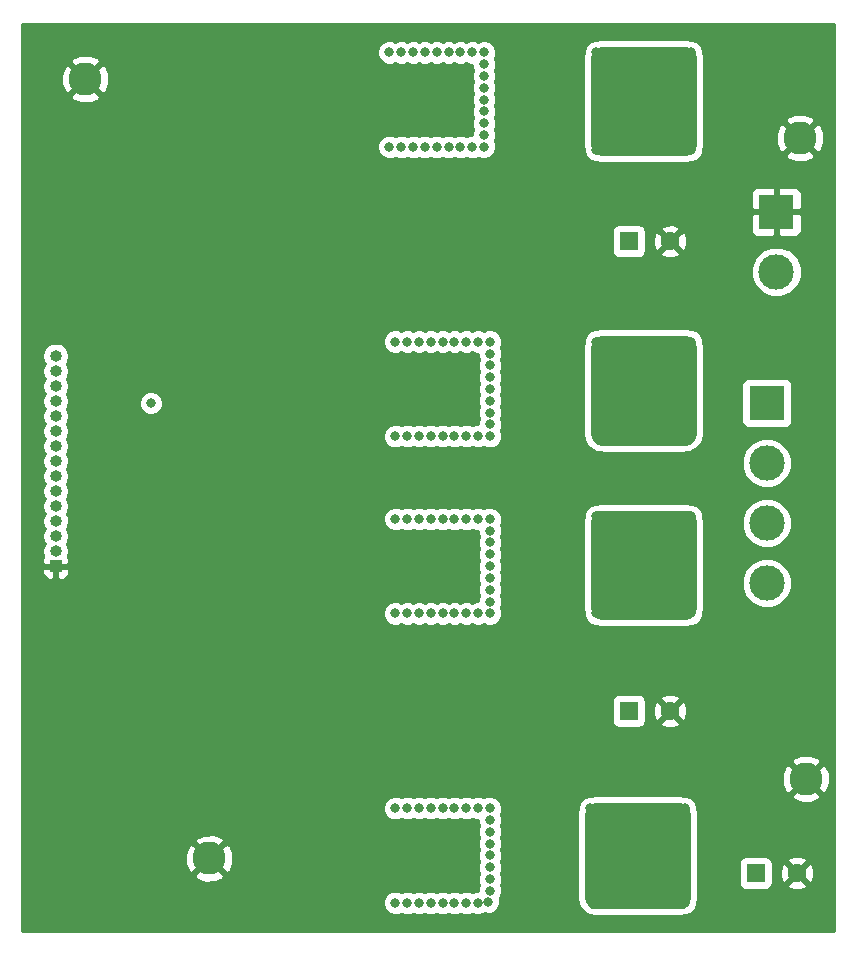
<source format=gbr>
G04 #@! TF.GenerationSoftware,KiCad,Pcbnew,5.0.2-bee76a0~70~ubuntu18.04.1*
G04 #@! TF.CreationDate,2019-02-27T20:57:34-05:00*
G04 #@! TF.ProjectId,Stepper Motor Prototype,53746570-7065-4722-904d-6f746f722050,rev?*
G04 #@! TF.SameCoordinates,Original*
G04 #@! TF.FileFunction,Copper,L4,Bot*
G04 #@! TF.FilePolarity,Positive*
%FSLAX46Y46*%
G04 Gerber Fmt 4.6, Leading zero omitted, Abs format (unit mm)*
G04 Created by KiCad (PCBNEW 5.0.2-bee76a0~70~ubuntu18.04.1) date Wed 27 Feb 2019 08:57:34 PM EST*
%MOMM*%
%LPD*%
G01*
G04 APERTURE LIST*
G04 #@! TA.AperFunction,ComponentPad*
%ADD10C,3.000000*%
G04 #@! TD*
G04 #@! TA.AperFunction,ComponentPad*
%ADD11R,3.000000X3.000000*%
G04 #@! TD*
G04 #@! TA.AperFunction,ComponentPad*
%ADD12C,1.600000*%
G04 #@! TD*
G04 #@! TA.AperFunction,ComponentPad*
%ADD13R,1.600000X1.600000*%
G04 #@! TD*
G04 #@! TA.AperFunction,ComponentPad*
%ADD14C,2.800000*%
G04 #@! TD*
G04 #@! TA.AperFunction,ComponentPad*
%ADD15O,1.000000X1.000000*%
G04 #@! TD*
G04 #@! TA.AperFunction,ComponentPad*
%ADD16R,1.000000X1.000000*%
G04 #@! TD*
G04 #@! TA.AperFunction,ViaPad*
%ADD17C,0.800000*%
G04 #@! TD*
G04 #@! TA.AperFunction,Conductor*
%ADD18C,0.254000*%
G04 #@! TD*
G04 APERTURE END LIST*
D10*
G04 #@! TO.P,J2,2*
G04 #@! TO.N,+24V*
X174000000Y-72080000D03*
D11*
G04 #@! TO.P,J2,1*
G04 #@! TO.N,GND*
X174000000Y-67000000D03*
G04 #@! TD*
D10*
G04 #@! TO.P,J3,4*
G04 #@! TO.N,Net-(J3-Pad4)*
X173200000Y-98440000D03*
D11*
G04 #@! TO.P,J3,1*
G04 #@! TO.N,/AOUT1*
X173200000Y-83200000D03*
D10*
G04 #@! TO.P,J3,3*
G04 #@! TO.N,Net-(J3-Pad3)*
X173200000Y-93360000D03*
G04 #@! TO.P,J3,2*
G04 #@! TO.N,/AOUT2*
X173200000Y-88280000D03*
G04 #@! TD*
D12*
G04 #@! TO.P,C1,2*
G04 #@! TO.N,GND*
X175750000Y-123000000D03*
D13*
G04 #@! TO.P,C1,1*
G04 #@! TO.N,+24V*
X172250000Y-123000000D03*
G04 #@! TD*
D14*
G04 #@! TO.P,TP1,1*
G04 #@! TO.N,GND*
X115500000Y-55750000D03*
G04 #@! TD*
G04 #@! TO.P,TP2,1*
G04 #@! TO.N,GND*
X176000000Y-60750000D03*
G04 #@! TD*
G04 #@! TO.P,TP3,1*
G04 #@! TO.N,GND*
X126000000Y-121750000D03*
G04 #@! TD*
G04 #@! TO.P,TP4,1*
G04 #@! TO.N,GND*
X176500000Y-115000000D03*
G04 #@! TD*
D15*
G04 #@! TO.P,J1,15*
G04 #@! TO.N,Net-(J1-Pad15)*
X113000000Y-79220000D03*
G04 #@! TO.P,J1,14*
G04 #@! TO.N,Net-(J1-Pad14)*
X113000000Y-80490000D03*
G04 #@! TO.P,J1,13*
G04 #@! TO.N,Net-(J1-Pad13)*
X113000000Y-81760000D03*
G04 #@! TO.P,J1,12*
G04 #@! TO.N,Net-(J1-Pad12)*
X113000000Y-83030000D03*
G04 #@! TO.P,J1,11*
G04 #@! TO.N,Net-(J1-Pad11)*
X113000000Y-84300000D03*
G04 #@! TO.P,J1,10*
G04 #@! TO.N,Net-(J1-Pad10)*
X113000000Y-85570000D03*
G04 #@! TO.P,J1,9*
G04 #@! TO.N,Net-(J1-Pad9)*
X113000000Y-86840000D03*
G04 #@! TO.P,J1,8*
G04 #@! TO.N,Net-(J1-Pad8)*
X113000000Y-88110000D03*
G04 #@! TO.P,J1,7*
G04 #@! TO.N,Net-(J1-Pad7)*
X113000000Y-89380000D03*
G04 #@! TO.P,J1,6*
G04 #@! TO.N,Net-(J1-Pad6)*
X113000000Y-90650000D03*
G04 #@! TO.P,J1,5*
G04 #@! TO.N,Net-(J1-Pad5)*
X113000000Y-91920000D03*
G04 #@! TO.P,J1,4*
G04 #@! TO.N,Net-(J1-Pad4)*
X113000000Y-93190000D03*
G04 #@! TO.P,J1,3*
G04 #@! TO.N,+3V3*
X113000000Y-94460000D03*
G04 #@! TO.P,J1,2*
G04 #@! TO.N,+1V8*
X113000000Y-95730000D03*
D16*
G04 #@! TO.P,J1,1*
G04 #@! TO.N,GND*
X113000000Y-97000000D03*
G04 #@! TD*
D13*
G04 #@! TO.P,C9,1*
G04 #@! TO.N,+24V*
X161500000Y-69500000D03*
D12*
G04 #@! TO.P,C9,2*
G04 #@! TO.N,GND*
X165000000Y-69500000D03*
G04 #@! TD*
G04 #@! TO.P,C12,2*
G04 #@! TO.N,GND*
X165000000Y-109250000D03*
D13*
G04 #@! TO.P,C12,1*
G04 #@! TO.N,+24V*
X161500000Y-109250000D03*
G04 #@! TD*
D17*
G04 #@! TO.N,GND*
X125750000Y-92750000D03*
X126750000Y-92750000D03*
X125750000Y-91750000D03*
X126750000Y-91750000D03*
X127750000Y-91750000D03*
X127750000Y-92750000D03*
X127750000Y-90750000D03*
X126750000Y-90750000D03*
X125750000Y-90750000D03*
X125750000Y-89750000D03*
X126750000Y-89750000D03*
X127750000Y-89750000D03*
X125750000Y-79500000D03*
X127750000Y-82500000D03*
X127750000Y-81500000D03*
X126750000Y-82500000D03*
X125750000Y-81500000D03*
X125750000Y-80500000D03*
X126750000Y-81500000D03*
X127750000Y-80500000D03*
X127750000Y-79500000D03*
X125750000Y-82500000D03*
X126750000Y-80500000D03*
X126750000Y-79500000D03*
X131251654Y-81474990D03*
X147500000Y-69000000D03*
X148500000Y-69000000D03*
X149500000Y-69000000D03*
X149500000Y-70000000D03*
X148500000Y-70000000D03*
X147500000Y-70000000D03*
X147500000Y-71000000D03*
X148500000Y-70000000D03*
X148500000Y-70000000D03*
X148500000Y-71000000D03*
X149500000Y-71000000D03*
X149500000Y-72000000D03*
X148500000Y-72000000D03*
X147500000Y-72000000D03*
X147500000Y-73000000D03*
X148500000Y-73000000D03*
X149500000Y-73000000D03*
X148500000Y-74000000D03*
X147500000Y-74000000D03*
X149500000Y-74000000D03*
X147500000Y-110750000D03*
X148500000Y-113750000D03*
X149500000Y-113750000D03*
X149500000Y-108750000D03*
X147500000Y-112750000D03*
X149500000Y-111750000D03*
X147500000Y-113750000D03*
X148500000Y-111750000D03*
X148500000Y-108750000D03*
X147500000Y-108750000D03*
X148500000Y-109750000D03*
X147500000Y-111750000D03*
X149500000Y-110750000D03*
X148500000Y-110750000D03*
X147500000Y-109750000D03*
X148500000Y-112750000D03*
X148500000Y-109750000D03*
X149500000Y-112750000D03*
X148500000Y-109750000D03*
X149500000Y-109750000D03*
G04 #@! TO.N,+24V*
X141750000Y-117500000D03*
X141750000Y-117500000D03*
X141750000Y-117500000D03*
X142750000Y-117500000D03*
X143750000Y-117500000D03*
X144750000Y-117500000D03*
X145750000Y-117500000D03*
X146750000Y-117500000D03*
X147750000Y-117500000D03*
X148750000Y-117500000D03*
X149750000Y-118500000D03*
X149750000Y-119500000D03*
X149750000Y-120500000D03*
X149750000Y-121500000D03*
X149750000Y-122500000D03*
X149750000Y-123500000D03*
X149750000Y-124500000D03*
X149600000Y-125400000D03*
X148750000Y-125500000D03*
X147750000Y-125500000D03*
X146750000Y-125500000D03*
X145750000Y-125500000D03*
X144750000Y-125500000D03*
X143750000Y-125500000D03*
X142750000Y-125500000D03*
X141750000Y-125500000D03*
X149750000Y-117500000D03*
X149750000Y-97000000D03*
X149750000Y-99000000D03*
X147750000Y-93000000D03*
X141750000Y-93000000D03*
X149750000Y-95000000D03*
X149750000Y-94000000D03*
X141750000Y-93000000D03*
X149750000Y-101000000D03*
X146750000Y-93000000D03*
X142750000Y-93000000D03*
X146750000Y-101000000D03*
X147750000Y-101000000D03*
X149750000Y-100000000D03*
X148750000Y-93000000D03*
X144750000Y-101000000D03*
X149750000Y-96000000D03*
X141750000Y-93000000D03*
X143750000Y-101000000D03*
X142750000Y-101000000D03*
X149750000Y-98000000D03*
X145750000Y-101000000D03*
X148750000Y-101000000D03*
X145750000Y-93000000D03*
X144750000Y-93000000D03*
X141750000Y-101000000D03*
X143750000Y-93000000D03*
X149750000Y-93000000D03*
X148750000Y-86000000D03*
X144750000Y-78000000D03*
X141750000Y-86000000D03*
X141750000Y-78000000D03*
X147750000Y-86000000D03*
X149750000Y-82000000D03*
X149750000Y-79000000D03*
X149750000Y-80000000D03*
X143750000Y-86000000D03*
X148750000Y-78000000D03*
X144750000Y-86000000D03*
X145750000Y-86000000D03*
X149750000Y-78000000D03*
X149750000Y-86000000D03*
X141750000Y-78000000D03*
X146750000Y-86000000D03*
X149750000Y-85000000D03*
X141750000Y-78000000D03*
X149750000Y-81000000D03*
X149750000Y-83000000D03*
X149750000Y-84000000D03*
X143750000Y-78000000D03*
X147750000Y-78000000D03*
X146750000Y-78000000D03*
X142750000Y-86000000D03*
X142750000Y-78000000D03*
X145750000Y-78000000D03*
X149250000Y-53500000D03*
X149250000Y-55500000D03*
X147250000Y-61500000D03*
X143250000Y-61500000D03*
X146250000Y-61500000D03*
X148250000Y-53500000D03*
X144250000Y-61500000D03*
X149250000Y-58500000D03*
X142250000Y-53500000D03*
X149250000Y-54500000D03*
X144250000Y-53500000D03*
X149250000Y-61500000D03*
X149250000Y-60500000D03*
X145250000Y-61500000D03*
X149250000Y-59500000D03*
X147250000Y-53500000D03*
X141250000Y-53500000D03*
X141250000Y-53500000D03*
X149250000Y-57500000D03*
X145250000Y-53500000D03*
X148250000Y-61500000D03*
X142250000Y-61500000D03*
X141250000Y-53500000D03*
X141250000Y-61500000D03*
X149250000Y-56500000D03*
X146250000Y-53500000D03*
X143250000Y-53500000D03*
X121050000Y-83200000D03*
G04 #@! TO.N,Net-(J3-Pad4)*
X158250000Y-117500000D03*
X159250000Y-117500000D03*
X160250000Y-117500000D03*
X161250000Y-117500000D03*
X162250000Y-117500000D03*
X163250000Y-117500000D03*
X164250000Y-117500000D03*
X165250000Y-117500000D03*
X166250000Y-117500000D03*
X166250000Y-118500000D03*
X165250000Y-118500000D03*
X165250000Y-119500000D03*
X166250000Y-119500000D03*
X166250000Y-123500000D03*
X165250000Y-123500000D03*
X165250000Y-124500000D03*
X166250000Y-124500000D03*
X166250000Y-125500000D03*
X165250000Y-125500000D03*
X164250000Y-125500000D03*
X163250000Y-125500000D03*
X159500000Y-125500000D03*
X158500000Y-125500000D03*
G04 #@! TO.N,Net-(J3-Pad3)*
X158750000Y-92750000D03*
X159750000Y-92750000D03*
X166750000Y-92750000D03*
X165750000Y-92750000D03*
X165750000Y-93750000D03*
X166750000Y-93750000D03*
X165750000Y-94750000D03*
X165750000Y-95750000D03*
X164750000Y-92750000D03*
X163750000Y-92750000D03*
X166750000Y-101000000D03*
X165750000Y-101000000D03*
X164750000Y-101000000D03*
X163750000Y-101000000D03*
X162750000Y-101000000D03*
X161750000Y-101000000D03*
X160750000Y-101000000D03*
X159750000Y-101000000D03*
X158750000Y-101000000D03*
X165750000Y-100000000D03*
X166750000Y-100000000D03*
X166750000Y-99000000D03*
X165750000Y-99000000D03*
G04 #@! TO.N,/AOUT1*
X158750000Y-53500000D03*
X159750000Y-53500000D03*
X160750000Y-53500000D03*
X161750000Y-53500000D03*
X162750000Y-53500000D03*
X163750000Y-53500000D03*
X164750000Y-53500000D03*
X165750000Y-53500000D03*
X166750000Y-53500000D03*
X166750000Y-54500000D03*
X165750000Y-54500000D03*
X165750000Y-55500000D03*
X166750000Y-55500000D03*
X166750000Y-61750000D03*
X165750000Y-61750000D03*
X165750000Y-61750000D03*
X165750000Y-61750000D03*
X165750000Y-60750000D03*
X166750000Y-60750000D03*
X166750000Y-59750000D03*
X165750000Y-59750000D03*
X165750000Y-58750000D03*
X166750000Y-58750000D03*
X164750000Y-61750000D03*
X163750000Y-61750000D03*
X162750000Y-61750000D03*
X161750000Y-61750000D03*
X160750000Y-61750000D03*
X159750000Y-61750000D03*
X158750000Y-61750000D03*
G04 #@! TO.N,/AOUT2*
X158750000Y-78000000D03*
X159750000Y-78000000D03*
X160750000Y-78000000D03*
X161750000Y-78000000D03*
X162750000Y-78000000D03*
X163750000Y-78000000D03*
X164750000Y-78000000D03*
X165750000Y-78000000D03*
X166750000Y-78000000D03*
X166750000Y-79000000D03*
X165750000Y-79000000D03*
X165750000Y-80000000D03*
X166750000Y-80000000D03*
X166750000Y-81000000D03*
X165750000Y-81000000D03*
X165750000Y-82000000D03*
X166750000Y-82000000D03*
X166750000Y-83000000D03*
X165750000Y-83000000D03*
X165750000Y-84000000D03*
X166750000Y-84000000D03*
X166750000Y-85000000D03*
X165750000Y-85000000D03*
X165750000Y-86000000D03*
X166750000Y-86000000D03*
X164750000Y-86000000D03*
X163750000Y-86000000D03*
X160500000Y-86000000D03*
X159500000Y-86000000D03*
G04 #@! TD*
D18*
G04 #@! TO.N,GND*
G36*
X178873000Y-127873000D02*
X110127000Y-127873000D01*
X110127000Y-123191724D01*
X124737882Y-123191724D01*
X124885455Y-123500106D01*
X125640031Y-123793405D01*
X126449409Y-123775614D01*
X127114545Y-123500106D01*
X127262118Y-123191724D01*
X126000000Y-121929605D01*
X124737882Y-123191724D01*
X110127000Y-123191724D01*
X110127000Y-121390031D01*
X123956595Y-121390031D01*
X123974386Y-122199409D01*
X124249894Y-122864545D01*
X124558276Y-123012118D01*
X125820395Y-121750000D01*
X126179605Y-121750000D01*
X127441724Y-123012118D01*
X127750106Y-122864545D01*
X128043405Y-122109969D01*
X128025614Y-121300591D01*
X127750106Y-120635455D01*
X127441724Y-120487882D01*
X126179605Y-121750000D01*
X125820395Y-121750000D01*
X124558276Y-120487882D01*
X124249894Y-120635455D01*
X123956595Y-121390031D01*
X110127000Y-121390031D01*
X110127000Y-120308276D01*
X124737882Y-120308276D01*
X126000000Y-121570395D01*
X127262118Y-120308276D01*
X127114545Y-119999894D01*
X126359969Y-119706595D01*
X125550591Y-119724386D01*
X124885455Y-119999894D01*
X124737882Y-120308276D01*
X110127000Y-120308276D01*
X110127000Y-117294126D01*
X140715000Y-117294126D01*
X140715000Y-117705874D01*
X140872569Y-118086280D01*
X141163720Y-118377431D01*
X141544126Y-118535000D01*
X141955874Y-118535000D01*
X142250000Y-118413169D01*
X142544126Y-118535000D01*
X142955874Y-118535000D01*
X143250000Y-118413169D01*
X143544126Y-118535000D01*
X143955874Y-118535000D01*
X144250000Y-118413169D01*
X144544126Y-118535000D01*
X144955874Y-118535000D01*
X145250000Y-118413169D01*
X145544126Y-118535000D01*
X145955874Y-118535000D01*
X146250000Y-118413169D01*
X146544126Y-118535000D01*
X146955874Y-118535000D01*
X147250000Y-118413169D01*
X147544126Y-118535000D01*
X147955874Y-118535000D01*
X148250000Y-118413169D01*
X148544126Y-118535000D01*
X148715000Y-118535000D01*
X148715000Y-118705874D01*
X148836831Y-119000000D01*
X148715000Y-119294126D01*
X148715000Y-119705874D01*
X148836831Y-120000000D01*
X148715000Y-120294126D01*
X148715000Y-120705874D01*
X148836831Y-121000000D01*
X148715000Y-121294126D01*
X148715000Y-121705874D01*
X148836831Y-122000000D01*
X148715000Y-122294126D01*
X148715000Y-122705874D01*
X148836831Y-123000000D01*
X148715000Y-123294126D01*
X148715000Y-123705874D01*
X148836831Y-124000000D01*
X148715000Y-124294126D01*
X148715000Y-124465000D01*
X148544126Y-124465000D01*
X148250000Y-124586831D01*
X147955874Y-124465000D01*
X147544126Y-124465000D01*
X147250000Y-124586831D01*
X146955874Y-124465000D01*
X146544126Y-124465000D01*
X146250000Y-124586831D01*
X145955874Y-124465000D01*
X145544126Y-124465000D01*
X145250000Y-124586831D01*
X144955874Y-124465000D01*
X144544126Y-124465000D01*
X144250000Y-124586831D01*
X143955874Y-124465000D01*
X143544126Y-124465000D01*
X143250000Y-124586831D01*
X142955874Y-124465000D01*
X142544126Y-124465000D01*
X142250000Y-124586831D01*
X141955874Y-124465000D01*
X141544126Y-124465000D01*
X141163720Y-124622569D01*
X140872569Y-124913720D01*
X140715000Y-125294126D01*
X140715000Y-125705874D01*
X140872569Y-126086280D01*
X141163720Y-126377431D01*
X141544126Y-126535000D01*
X141955874Y-126535000D01*
X142250000Y-126413169D01*
X142544126Y-126535000D01*
X142955874Y-126535000D01*
X143250000Y-126413169D01*
X143544126Y-126535000D01*
X143955874Y-126535000D01*
X144250000Y-126413169D01*
X144544126Y-126535000D01*
X144955874Y-126535000D01*
X145250000Y-126413169D01*
X145544126Y-126535000D01*
X145955874Y-126535000D01*
X146250000Y-126413169D01*
X146544126Y-126535000D01*
X146955874Y-126535000D01*
X147250000Y-126413169D01*
X147544126Y-126535000D01*
X147955874Y-126535000D01*
X148250000Y-126413169D01*
X148544126Y-126535000D01*
X148955874Y-126535000D01*
X149295711Y-126394235D01*
X149394126Y-126435000D01*
X149805874Y-126435000D01*
X150186280Y-126277431D01*
X150477431Y-125986280D01*
X150635000Y-125605874D01*
X150635000Y-125194126D01*
X150601196Y-125112515D01*
X150627431Y-125086280D01*
X150785000Y-124705874D01*
X150785000Y-124294126D01*
X150663169Y-124000000D01*
X150785000Y-123705874D01*
X150785000Y-123294126D01*
X150663169Y-123000000D01*
X150785000Y-122705874D01*
X150785000Y-122294126D01*
X150663169Y-122000000D01*
X150785000Y-121705874D01*
X150785000Y-121294126D01*
X150663169Y-121000000D01*
X150785000Y-120705874D01*
X150785000Y-120294126D01*
X150663169Y-120000000D01*
X150785000Y-119705874D01*
X150785000Y-119294126D01*
X150663169Y-119000000D01*
X150785000Y-118705874D01*
X150785000Y-118294126D01*
X150673165Y-118024132D01*
X157115000Y-118024132D01*
X157115000Y-125024132D01*
X157127201Y-125148014D01*
X157203321Y-125530697D01*
X157298137Y-125759602D01*
X157514910Y-126084026D01*
X157690106Y-126259222D01*
X158014530Y-126475995D01*
X158243435Y-126570811D01*
X158626118Y-126646931D01*
X158750000Y-126659132D01*
X165750000Y-126659132D01*
X165873882Y-126646931D01*
X166256565Y-126570811D01*
X166343020Y-126535000D01*
X166455874Y-126535000D01*
X166836280Y-126377431D01*
X167127431Y-126086280D01*
X167285000Y-125705874D01*
X167285000Y-125558892D01*
X167296679Y-125530697D01*
X167372799Y-125148014D01*
X167385000Y-125024132D01*
X167385000Y-122200000D01*
X170802560Y-122200000D01*
X170802560Y-123800000D01*
X170851843Y-124047765D01*
X170992191Y-124257809D01*
X171202235Y-124398157D01*
X171450000Y-124447440D01*
X173050000Y-124447440D01*
X173297765Y-124398157D01*
X173507809Y-124257809D01*
X173648157Y-124047765D01*
X173656117Y-124007745D01*
X174921861Y-124007745D01*
X174995995Y-124253864D01*
X175533223Y-124446965D01*
X176103454Y-124419778D01*
X176504005Y-124253864D01*
X176578139Y-124007745D01*
X175750000Y-123179605D01*
X174921861Y-124007745D01*
X173656117Y-124007745D01*
X173697440Y-123800000D01*
X173697440Y-122783223D01*
X174303035Y-122783223D01*
X174330222Y-123353454D01*
X174496136Y-123754005D01*
X174742255Y-123828139D01*
X175570395Y-123000000D01*
X175929605Y-123000000D01*
X176757745Y-123828139D01*
X177003864Y-123754005D01*
X177196965Y-123216777D01*
X177169778Y-122646546D01*
X177003864Y-122245995D01*
X176757745Y-122171861D01*
X175929605Y-123000000D01*
X175570395Y-123000000D01*
X174742255Y-122171861D01*
X174496136Y-122245995D01*
X174303035Y-122783223D01*
X173697440Y-122783223D01*
X173697440Y-122200000D01*
X173656118Y-121992255D01*
X174921861Y-121992255D01*
X175750000Y-122820395D01*
X176578139Y-121992255D01*
X176504005Y-121746136D01*
X175966777Y-121553035D01*
X175396546Y-121580222D01*
X174995995Y-121746136D01*
X174921861Y-121992255D01*
X173656118Y-121992255D01*
X173648157Y-121952235D01*
X173507809Y-121742191D01*
X173297765Y-121601843D01*
X173050000Y-121552560D01*
X171450000Y-121552560D01*
X171202235Y-121601843D01*
X170992191Y-121742191D01*
X170851843Y-121952235D01*
X170802560Y-122200000D01*
X167385000Y-122200000D01*
X167385000Y-118024132D01*
X167372799Y-117900250D01*
X167296679Y-117517567D01*
X167285000Y-117489372D01*
X167285000Y-117294126D01*
X167127431Y-116913720D01*
X166836280Y-116622569D01*
X166455874Y-116465000D01*
X166193959Y-116465000D01*
X166076943Y-116441724D01*
X175237882Y-116441724D01*
X175385455Y-116750106D01*
X176140031Y-117043405D01*
X176949409Y-117025614D01*
X177614545Y-116750106D01*
X177762118Y-116441724D01*
X176500000Y-115179605D01*
X175237882Y-116441724D01*
X166076943Y-116441724D01*
X165873882Y-116401333D01*
X165750000Y-116389132D01*
X158750000Y-116389132D01*
X158626118Y-116401333D01*
X158306041Y-116465000D01*
X158044126Y-116465000D01*
X157663720Y-116622569D01*
X157372569Y-116913720D01*
X157215000Y-117294126D01*
X157215000Y-117489372D01*
X157203321Y-117517567D01*
X157127201Y-117900250D01*
X157115000Y-118024132D01*
X150673165Y-118024132D01*
X150663169Y-118000000D01*
X150785000Y-117705874D01*
X150785000Y-117294126D01*
X150627431Y-116913720D01*
X150336280Y-116622569D01*
X149955874Y-116465000D01*
X149544126Y-116465000D01*
X149250000Y-116586831D01*
X148955874Y-116465000D01*
X148544126Y-116465000D01*
X148250000Y-116586831D01*
X147955874Y-116465000D01*
X147544126Y-116465000D01*
X147250000Y-116586831D01*
X146955874Y-116465000D01*
X146544126Y-116465000D01*
X146250000Y-116586831D01*
X145955874Y-116465000D01*
X145544126Y-116465000D01*
X145250000Y-116586831D01*
X144955874Y-116465000D01*
X144544126Y-116465000D01*
X144250000Y-116586831D01*
X143955874Y-116465000D01*
X143544126Y-116465000D01*
X143250000Y-116586831D01*
X142955874Y-116465000D01*
X142544126Y-116465000D01*
X142250000Y-116586831D01*
X141955874Y-116465000D01*
X141544126Y-116465000D01*
X141163720Y-116622569D01*
X140872569Y-116913720D01*
X140715000Y-117294126D01*
X110127000Y-117294126D01*
X110127000Y-114640031D01*
X174456595Y-114640031D01*
X174474386Y-115449409D01*
X174749894Y-116114545D01*
X175058276Y-116262118D01*
X176320395Y-115000000D01*
X176679605Y-115000000D01*
X177941724Y-116262118D01*
X178250106Y-116114545D01*
X178543405Y-115359969D01*
X178525614Y-114550591D01*
X178250106Y-113885455D01*
X177941724Y-113737882D01*
X176679605Y-115000000D01*
X176320395Y-115000000D01*
X175058276Y-113737882D01*
X174749894Y-113885455D01*
X174456595Y-114640031D01*
X110127000Y-114640031D01*
X110127000Y-113558276D01*
X175237882Y-113558276D01*
X176500000Y-114820395D01*
X177762118Y-113558276D01*
X177614545Y-113249894D01*
X176859969Y-112956595D01*
X176050591Y-112974386D01*
X175385455Y-113249894D01*
X175237882Y-113558276D01*
X110127000Y-113558276D01*
X110127000Y-108450000D01*
X160052560Y-108450000D01*
X160052560Y-110050000D01*
X160101843Y-110297765D01*
X160242191Y-110507809D01*
X160452235Y-110648157D01*
X160700000Y-110697440D01*
X162300000Y-110697440D01*
X162547765Y-110648157D01*
X162757809Y-110507809D01*
X162898157Y-110297765D01*
X162906117Y-110257745D01*
X164171861Y-110257745D01*
X164245995Y-110503864D01*
X164783223Y-110696965D01*
X165353454Y-110669778D01*
X165754005Y-110503864D01*
X165828139Y-110257745D01*
X165000000Y-109429605D01*
X164171861Y-110257745D01*
X162906117Y-110257745D01*
X162947440Y-110050000D01*
X162947440Y-109033223D01*
X163553035Y-109033223D01*
X163580222Y-109603454D01*
X163746136Y-110004005D01*
X163992255Y-110078139D01*
X164820395Y-109250000D01*
X165179605Y-109250000D01*
X166007745Y-110078139D01*
X166253864Y-110004005D01*
X166446965Y-109466777D01*
X166419778Y-108896546D01*
X166253864Y-108495995D01*
X166007745Y-108421861D01*
X165179605Y-109250000D01*
X164820395Y-109250000D01*
X163992255Y-108421861D01*
X163746136Y-108495995D01*
X163553035Y-109033223D01*
X162947440Y-109033223D01*
X162947440Y-108450000D01*
X162906118Y-108242255D01*
X164171861Y-108242255D01*
X165000000Y-109070395D01*
X165828139Y-108242255D01*
X165754005Y-107996136D01*
X165216777Y-107803035D01*
X164646546Y-107830222D01*
X164245995Y-107996136D01*
X164171861Y-108242255D01*
X162906118Y-108242255D01*
X162898157Y-108202235D01*
X162757809Y-107992191D01*
X162547765Y-107851843D01*
X162300000Y-107802560D01*
X160700000Y-107802560D01*
X160452235Y-107851843D01*
X160242191Y-107992191D01*
X160101843Y-108202235D01*
X160052560Y-108450000D01*
X110127000Y-108450000D01*
X110127000Y-97285750D01*
X111865000Y-97285750D01*
X111865000Y-97626310D01*
X111961673Y-97859699D01*
X112140302Y-98038327D01*
X112373691Y-98135000D01*
X112714250Y-98135000D01*
X112873000Y-97976250D01*
X112873000Y-97127000D01*
X113127000Y-97127000D01*
X113127000Y-97976250D01*
X113285750Y-98135000D01*
X113626309Y-98135000D01*
X113859698Y-98038327D01*
X114038327Y-97859699D01*
X114135000Y-97626310D01*
X114135000Y-97285750D01*
X113976250Y-97127000D01*
X113127000Y-97127000D01*
X112873000Y-97127000D01*
X112023750Y-97127000D01*
X111865000Y-97285750D01*
X110127000Y-97285750D01*
X110127000Y-79220000D01*
X111842765Y-79220000D01*
X111930854Y-79662855D01*
X112059241Y-79855000D01*
X111930854Y-80047145D01*
X111842765Y-80490000D01*
X111930854Y-80932855D01*
X112059241Y-81125000D01*
X111930854Y-81317145D01*
X111842765Y-81760000D01*
X111930854Y-82202855D01*
X112059241Y-82395000D01*
X111930854Y-82587145D01*
X111842765Y-83030000D01*
X111930854Y-83472855D01*
X112059241Y-83665000D01*
X111930854Y-83857145D01*
X111842765Y-84300000D01*
X111930854Y-84742855D01*
X112059241Y-84935000D01*
X111930854Y-85127145D01*
X111842765Y-85570000D01*
X111930854Y-86012855D01*
X112059241Y-86205000D01*
X111930854Y-86397145D01*
X111842765Y-86840000D01*
X111930854Y-87282855D01*
X112059241Y-87475000D01*
X111930854Y-87667145D01*
X111842765Y-88110000D01*
X111930854Y-88552855D01*
X112059241Y-88745000D01*
X111930854Y-88937145D01*
X111842765Y-89380000D01*
X111930854Y-89822855D01*
X112059241Y-90015000D01*
X111930854Y-90207145D01*
X111842765Y-90650000D01*
X111930854Y-91092855D01*
X112059241Y-91285000D01*
X111930854Y-91477145D01*
X111842765Y-91920000D01*
X111930854Y-92362855D01*
X112059241Y-92555000D01*
X111930854Y-92747145D01*
X111842765Y-93190000D01*
X111930854Y-93632855D01*
X112059241Y-93825000D01*
X111930854Y-94017145D01*
X111842765Y-94460000D01*
X111930854Y-94902855D01*
X112059241Y-95095000D01*
X111930854Y-95287145D01*
X111842765Y-95730000D01*
X111930854Y-96172855D01*
X111941555Y-96188870D01*
X111865000Y-96373690D01*
X111865000Y-96714250D01*
X112023750Y-96873000D01*
X112873000Y-96873000D01*
X112873000Y-96861973D01*
X112888217Y-96865000D01*
X113111783Y-96865000D01*
X113127000Y-96861973D01*
X113127000Y-96873000D01*
X113976250Y-96873000D01*
X114135000Y-96714250D01*
X114135000Y-96373690D01*
X114058445Y-96188870D01*
X114069146Y-96172855D01*
X114157235Y-95730000D01*
X114069146Y-95287145D01*
X113940759Y-95095000D01*
X114069146Y-94902855D01*
X114157235Y-94460000D01*
X114069146Y-94017145D01*
X113940759Y-93825000D01*
X114069146Y-93632855D01*
X114157235Y-93190000D01*
X114078492Y-92794126D01*
X140715000Y-92794126D01*
X140715000Y-93205874D01*
X140872569Y-93586280D01*
X141163720Y-93877431D01*
X141544126Y-94035000D01*
X141955874Y-94035000D01*
X142250000Y-93913169D01*
X142544126Y-94035000D01*
X142955874Y-94035000D01*
X143250000Y-93913169D01*
X143544126Y-94035000D01*
X143955874Y-94035000D01*
X144250000Y-93913169D01*
X144544126Y-94035000D01*
X144955874Y-94035000D01*
X145250000Y-93913169D01*
X145544126Y-94035000D01*
X145955874Y-94035000D01*
X146250000Y-93913169D01*
X146544126Y-94035000D01*
X146955874Y-94035000D01*
X147250000Y-93913169D01*
X147544126Y-94035000D01*
X147955874Y-94035000D01*
X148250000Y-93913169D01*
X148544126Y-94035000D01*
X148715000Y-94035000D01*
X148715000Y-94205874D01*
X148836831Y-94500000D01*
X148715000Y-94794126D01*
X148715000Y-95205874D01*
X148836831Y-95500000D01*
X148715000Y-95794126D01*
X148715000Y-96205874D01*
X148836831Y-96500000D01*
X148715000Y-96794126D01*
X148715000Y-97205874D01*
X148836831Y-97500000D01*
X148715000Y-97794126D01*
X148715000Y-98205874D01*
X148836831Y-98500000D01*
X148715000Y-98794126D01*
X148715000Y-99205874D01*
X148836831Y-99500000D01*
X148715000Y-99794126D01*
X148715000Y-99965000D01*
X148544126Y-99965000D01*
X148250000Y-100086831D01*
X147955874Y-99965000D01*
X147544126Y-99965000D01*
X147250000Y-100086831D01*
X146955874Y-99965000D01*
X146544126Y-99965000D01*
X146250000Y-100086831D01*
X145955874Y-99965000D01*
X145544126Y-99965000D01*
X145250000Y-100086831D01*
X144955874Y-99965000D01*
X144544126Y-99965000D01*
X144250000Y-100086831D01*
X143955874Y-99965000D01*
X143544126Y-99965000D01*
X143250000Y-100086831D01*
X142955874Y-99965000D01*
X142544126Y-99965000D01*
X142250000Y-100086831D01*
X141955874Y-99965000D01*
X141544126Y-99965000D01*
X141163720Y-100122569D01*
X140872569Y-100413720D01*
X140715000Y-100794126D01*
X140715000Y-101205874D01*
X140872569Y-101586280D01*
X141163720Y-101877431D01*
X141544126Y-102035000D01*
X141955874Y-102035000D01*
X142250000Y-101913169D01*
X142544126Y-102035000D01*
X142955874Y-102035000D01*
X143250000Y-101913169D01*
X143544126Y-102035000D01*
X143955874Y-102035000D01*
X144250000Y-101913169D01*
X144544126Y-102035000D01*
X144955874Y-102035000D01*
X145250000Y-101913169D01*
X145544126Y-102035000D01*
X145955874Y-102035000D01*
X146250000Y-101913169D01*
X146544126Y-102035000D01*
X146955874Y-102035000D01*
X147250000Y-101913169D01*
X147544126Y-102035000D01*
X147955874Y-102035000D01*
X148250000Y-101913169D01*
X148544126Y-102035000D01*
X148955874Y-102035000D01*
X149250000Y-101913169D01*
X149544126Y-102035000D01*
X149955874Y-102035000D01*
X150336280Y-101877431D01*
X150627431Y-101586280D01*
X150785000Y-101205874D01*
X150785000Y-100794126D01*
X150663169Y-100500000D01*
X150785000Y-100205874D01*
X150785000Y-99794126D01*
X150663169Y-99500000D01*
X150785000Y-99205874D01*
X150785000Y-98794126D01*
X150663169Y-98500000D01*
X150785000Y-98205874D01*
X150785000Y-97794126D01*
X150663169Y-97500000D01*
X150785000Y-97205874D01*
X150785000Y-96794126D01*
X150663169Y-96500000D01*
X150785000Y-96205874D01*
X150785000Y-95794126D01*
X150663169Y-95500000D01*
X150785000Y-95205874D01*
X150785000Y-94794126D01*
X150663169Y-94500000D01*
X150785000Y-94205874D01*
X150785000Y-93794126D01*
X150663169Y-93500000D01*
X150766722Y-93250000D01*
X157615000Y-93250000D01*
X157615000Y-100500000D01*
X157627201Y-100623882D01*
X157703321Y-101006565D01*
X157715000Y-101034760D01*
X157715000Y-101205874D01*
X157872569Y-101586280D01*
X158163720Y-101877431D01*
X158544126Y-102035000D01*
X158715240Y-102035000D01*
X158743435Y-102046679D01*
X159126118Y-102122799D01*
X159250000Y-102135000D01*
X166250000Y-102135000D01*
X166373882Y-102122799D01*
X166756565Y-102046679D01*
X166784760Y-102035000D01*
X166955874Y-102035000D01*
X167336280Y-101877431D01*
X167627431Y-101586280D01*
X167785000Y-101205874D01*
X167785000Y-101034760D01*
X167796679Y-101006565D01*
X167872799Y-100623882D01*
X167885000Y-100500000D01*
X167885000Y-98015322D01*
X171065000Y-98015322D01*
X171065000Y-98864678D01*
X171390034Y-99649380D01*
X171990620Y-100249966D01*
X172775322Y-100575000D01*
X173624678Y-100575000D01*
X174409380Y-100249966D01*
X175009966Y-99649380D01*
X175335000Y-98864678D01*
X175335000Y-98015322D01*
X175009966Y-97230620D01*
X174409380Y-96630034D01*
X173624678Y-96305000D01*
X172775322Y-96305000D01*
X171990620Y-96630034D01*
X171390034Y-97230620D01*
X171065000Y-98015322D01*
X167885000Y-98015322D01*
X167885000Y-93250000D01*
X167872799Y-93126118D01*
X167834848Y-92935322D01*
X171065000Y-92935322D01*
X171065000Y-93784678D01*
X171390034Y-94569380D01*
X171990620Y-95169966D01*
X172775322Y-95495000D01*
X173624678Y-95495000D01*
X174409380Y-95169966D01*
X175009966Y-94569380D01*
X175335000Y-93784678D01*
X175335000Y-92935322D01*
X175009966Y-92150620D01*
X174409380Y-91550034D01*
X173624678Y-91225000D01*
X172775322Y-91225000D01*
X171990620Y-91550034D01*
X171390034Y-92150620D01*
X171065000Y-92935322D01*
X167834848Y-92935322D01*
X167796679Y-92743435D01*
X167785000Y-92715240D01*
X167785000Y-92544126D01*
X167627431Y-92163720D01*
X167336280Y-91872569D01*
X166955874Y-91715000D01*
X166784760Y-91715000D01*
X166756565Y-91703321D01*
X166373882Y-91627201D01*
X166250000Y-91615000D01*
X159250000Y-91615000D01*
X159126118Y-91627201D01*
X158743435Y-91703321D01*
X158715240Y-91715000D01*
X158544126Y-91715000D01*
X158163720Y-91872569D01*
X157872569Y-92163720D01*
X157715000Y-92544126D01*
X157715000Y-92715240D01*
X157703321Y-92743435D01*
X157627201Y-93126118D01*
X157615000Y-93250000D01*
X150766722Y-93250000D01*
X150785000Y-93205874D01*
X150785000Y-92794126D01*
X150627431Y-92413720D01*
X150336280Y-92122569D01*
X149955874Y-91965000D01*
X149544126Y-91965000D01*
X149250000Y-92086831D01*
X148955874Y-91965000D01*
X148544126Y-91965000D01*
X148250000Y-92086831D01*
X147955874Y-91965000D01*
X147544126Y-91965000D01*
X147250000Y-92086831D01*
X146955874Y-91965000D01*
X146544126Y-91965000D01*
X146250000Y-92086831D01*
X145955874Y-91965000D01*
X145544126Y-91965000D01*
X145250000Y-92086831D01*
X144955874Y-91965000D01*
X144544126Y-91965000D01*
X144250000Y-92086831D01*
X143955874Y-91965000D01*
X143544126Y-91965000D01*
X143250000Y-92086831D01*
X142955874Y-91965000D01*
X142544126Y-91965000D01*
X142250000Y-92086831D01*
X141955874Y-91965000D01*
X141544126Y-91965000D01*
X141163720Y-92122569D01*
X140872569Y-92413720D01*
X140715000Y-92794126D01*
X114078492Y-92794126D01*
X114069146Y-92747145D01*
X113940759Y-92555000D01*
X114069146Y-92362855D01*
X114157235Y-91920000D01*
X114069146Y-91477145D01*
X113940759Y-91285000D01*
X114069146Y-91092855D01*
X114157235Y-90650000D01*
X114069146Y-90207145D01*
X113940759Y-90015000D01*
X114069146Y-89822855D01*
X114157235Y-89380000D01*
X114069146Y-88937145D01*
X113940759Y-88745000D01*
X114069146Y-88552855D01*
X114157235Y-88110000D01*
X114106577Y-87855322D01*
X171065000Y-87855322D01*
X171065000Y-88704678D01*
X171390034Y-89489380D01*
X171990620Y-90089966D01*
X172775322Y-90415000D01*
X173624678Y-90415000D01*
X174409380Y-90089966D01*
X175009966Y-89489380D01*
X175335000Y-88704678D01*
X175335000Y-87855322D01*
X175009966Y-87070620D01*
X174409380Y-86470034D01*
X173624678Y-86145000D01*
X172775322Y-86145000D01*
X171990620Y-86470034D01*
X171390034Y-87070620D01*
X171065000Y-87855322D01*
X114106577Y-87855322D01*
X114069146Y-87667145D01*
X113940759Y-87475000D01*
X114069146Y-87282855D01*
X114157235Y-86840000D01*
X114069146Y-86397145D01*
X113940759Y-86205000D01*
X114069146Y-86012855D01*
X114157235Y-85570000D01*
X114069146Y-85127145D01*
X113940759Y-84935000D01*
X114069146Y-84742855D01*
X114157235Y-84300000D01*
X114069146Y-83857145D01*
X113940759Y-83665000D01*
X114069146Y-83472855D01*
X114157235Y-83030000D01*
X114150100Y-82994126D01*
X120015000Y-82994126D01*
X120015000Y-83405874D01*
X120172569Y-83786280D01*
X120463720Y-84077431D01*
X120844126Y-84235000D01*
X121255874Y-84235000D01*
X121636280Y-84077431D01*
X121927431Y-83786280D01*
X122085000Y-83405874D01*
X122085000Y-82994126D01*
X121927431Y-82613720D01*
X121636280Y-82322569D01*
X121255874Y-82165000D01*
X120844126Y-82165000D01*
X120463720Y-82322569D01*
X120172569Y-82613720D01*
X120015000Y-82994126D01*
X114150100Y-82994126D01*
X114069146Y-82587145D01*
X113940759Y-82395000D01*
X114069146Y-82202855D01*
X114157235Y-81760000D01*
X114069146Y-81317145D01*
X113940759Y-81125000D01*
X114069146Y-80932855D01*
X114157235Y-80490000D01*
X114069146Y-80047145D01*
X113940759Y-79855000D01*
X114069146Y-79662855D01*
X114157235Y-79220000D01*
X114069146Y-78777145D01*
X113818289Y-78401711D01*
X113442855Y-78150854D01*
X113111783Y-78085000D01*
X112888217Y-78085000D01*
X112557145Y-78150854D01*
X112181711Y-78401711D01*
X111930854Y-78777145D01*
X111842765Y-79220000D01*
X110127000Y-79220000D01*
X110127000Y-77794126D01*
X140715000Y-77794126D01*
X140715000Y-78205874D01*
X140872569Y-78586280D01*
X141163720Y-78877431D01*
X141544126Y-79035000D01*
X141955874Y-79035000D01*
X142250000Y-78913169D01*
X142544126Y-79035000D01*
X142955874Y-79035000D01*
X143250000Y-78913169D01*
X143544126Y-79035000D01*
X143955874Y-79035000D01*
X144250000Y-78913169D01*
X144544126Y-79035000D01*
X144955874Y-79035000D01*
X145250000Y-78913169D01*
X145544126Y-79035000D01*
X145955874Y-79035000D01*
X146250000Y-78913169D01*
X146544126Y-79035000D01*
X146955874Y-79035000D01*
X147250000Y-78913169D01*
X147544126Y-79035000D01*
X147955874Y-79035000D01*
X148250000Y-78913169D01*
X148544126Y-79035000D01*
X148715000Y-79035000D01*
X148715000Y-79205874D01*
X148836831Y-79500000D01*
X148715000Y-79794126D01*
X148715000Y-80205874D01*
X148836831Y-80500000D01*
X148715000Y-80794126D01*
X148715000Y-81205874D01*
X148836831Y-81500000D01*
X148715000Y-81794126D01*
X148715000Y-82205874D01*
X148836831Y-82500000D01*
X148715000Y-82794126D01*
X148715000Y-83205874D01*
X148836831Y-83500000D01*
X148715000Y-83794126D01*
X148715000Y-84205874D01*
X148836831Y-84500000D01*
X148715000Y-84794126D01*
X148715000Y-84965000D01*
X148544126Y-84965000D01*
X148250000Y-85086831D01*
X147955874Y-84965000D01*
X147544126Y-84965000D01*
X147250000Y-85086831D01*
X146955874Y-84965000D01*
X146544126Y-84965000D01*
X146250000Y-85086831D01*
X145955874Y-84965000D01*
X145544126Y-84965000D01*
X145250000Y-85086831D01*
X144955874Y-84965000D01*
X144544126Y-84965000D01*
X144250000Y-85086831D01*
X143955874Y-84965000D01*
X143544126Y-84965000D01*
X143250000Y-85086831D01*
X142955874Y-84965000D01*
X142544126Y-84965000D01*
X142250000Y-85086831D01*
X141955874Y-84965000D01*
X141544126Y-84965000D01*
X141163720Y-85122569D01*
X140872569Y-85413720D01*
X140715000Y-85794126D01*
X140715000Y-86205874D01*
X140872569Y-86586280D01*
X141163720Y-86877431D01*
X141544126Y-87035000D01*
X141955874Y-87035000D01*
X142250000Y-86913169D01*
X142544126Y-87035000D01*
X142955874Y-87035000D01*
X143250000Y-86913169D01*
X143544126Y-87035000D01*
X143955874Y-87035000D01*
X144250000Y-86913169D01*
X144544126Y-87035000D01*
X144955874Y-87035000D01*
X145250000Y-86913169D01*
X145544126Y-87035000D01*
X145955874Y-87035000D01*
X146250000Y-86913169D01*
X146544126Y-87035000D01*
X146955874Y-87035000D01*
X147250000Y-86913169D01*
X147544126Y-87035000D01*
X147955874Y-87035000D01*
X148250000Y-86913169D01*
X148544126Y-87035000D01*
X148955874Y-87035000D01*
X149250000Y-86913169D01*
X149544126Y-87035000D01*
X149955874Y-87035000D01*
X150336280Y-86877431D01*
X150627431Y-86586280D01*
X150785000Y-86205874D01*
X150785000Y-85794126D01*
X150663169Y-85500000D01*
X150785000Y-85205874D01*
X150785000Y-84794126D01*
X150663169Y-84500000D01*
X150785000Y-84205874D01*
X150785000Y-83794126D01*
X150663169Y-83500000D01*
X150785000Y-83205874D01*
X150785000Y-82794126D01*
X150663169Y-82500000D01*
X150785000Y-82205874D01*
X150785000Y-81794126D01*
X150663169Y-81500000D01*
X150785000Y-81205874D01*
X150785000Y-80794126D01*
X150663169Y-80500000D01*
X150785000Y-80205874D01*
X150785000Y-79794126D01*
X150663169Y-79500000D01*
X150785000Y-79205874D01*
X150785000Y-78794126D01*
X150663169Y-78500000D01*
X157615000Y-78500000D01*
X157615000Y-85750000D01*
X157627201Y-85873882D01*
X157703321Y-86256565D01*
X157798137Y-86485470D01*
X158014910Y-86809894D01*
X158190106Y-86985090D01*
X158514530Y-87201863D01*
X158743435Y-87296679D01*
X159126118Y-87372799D01*
X159250000Y-87385000D01*
X166250000Y-87385000D01*
X166373882Y-87372799D01*
X166756565Y-87296679D01*
X166985470Y-87201863D01*
X167309894Y-86985090D01*
X167485090Y-86809894D01*
X167701863Y-86485470D01*
X167796679Y-86256565D01*
X167872799Y-85873882D01*
X167885000Y-85750000D01*
X167885000Y-81700000D01*
X171052560Y-81700000D01*
X171052560Y-84700000D01*
X171101843Y-84947765D01*
X171242191Y-85157809D01*
X171452235Y-85298157D01*
X171700000Y-85347440D01*
X174700000Y-85347440D01*
X174947765Y-85298157D01*
X175157809Y-85157809D01*
X175298157Y-84947765D01*
X175347440Y-84700000D01*
X175347440Y-81700000D01*
X175298157Y-81452235D01*
X175157809Y-81242191D01*
X174947765Y-81101843D01*
X174700000Y-81052560D01*
X171700000Y-81052560D01*
X171452235Y-81101843D01*
X171242191Y-81242191D01*
X171101843Y-81452235D01*
X171052560Y-81700000D01*
X167885000Y-81700000D01*
X167885000Y-78500000D01*
X167872799Y-78376118D01*
X167796679Y-77993435D01*
X167785000Y-77965240D01*
X167785000Y-77794126D01*
X167627431Y-77413720D01*
X167336280Y-77122569D01*
X166955874Y-76965000D01*
X166784760Y-76965000D01*
X166756565Y-76953321D01*
X166373882Y-76877201D01*
X166250000Y-76865000D01*
X159250000Y-76865000D01*
X159126118Y-76877201D01*
X158743435Y-76953321D01*
X158715240Y-76965000D01*
X158544126Y-76965000D01*
X158163720Y-77122569D01*
X157872569Y-77413720D01*
X157715000Y-77794126D01*
X157715000Y-77965240D01*
X157703321Y-77993435D01*
X157627201Y-78376118D01*
X157615000Y-78500000D01*
X150663169Y-78500000D01*
X150785000Y-78205874D01*
X150785000Y-77794126D01*
X150627431Y-77413720D01*
X150336280Y-77122569D01*
X149955874Y-76965000D01*
X149544126Y-76965000D01*
X149250000Y-77086831D01*
X148955874Y-76965000D01*
X148544126Y-76965000D01*
X148250000Y-77086831D01*
X147955874Y-76965000D01*
X147544126Y-76965000D01*
X147250000Y-77086831D01*
X146955874Y-76965000D01*
X146544126Y-76965000D01*
X146250000Y-77086831D01*
X145955874Y-76965000D01*
X145544126Y-76965000D01*
X145250000Y-77086831D01*
X144955874Y-76965000D01*
X144544126Y-76965000D01*
X144250000Y-77086831D01*
X143955874Y-76965000D01*
X143544126Y-76965000D01*
X143250000Y-77086831D01*
X142955874Y-76965000D01*
X142544126Y-76965000D01*
X142250000Y-77086831D01*
X141955874Y-76965000D01*
X141544126Y-76965000D01*
X141163720Y-77122569D01*
X140872569Y-77413720D01*
X140715000Y-77794126D01*
X110127000Y-77794126D01*
X110127000Y-71655322D01*
X171865000Y-71655322D01*
X171865000Y-72504678D01*
X172190034Y-73289380D01*
X172790620Y-73889966D01*
X173575322Y-74215000D01*
X174424678Y-74215000D01*
X175209380Y-73889966D01*
X175809966Y-73289380D01*
X176135000Y-72504678D01*
X176135000Y-71655322D01*
X175809966Y-70870620D01*
X175209380Y-70270034D01*
X174424678Y-69945000D01*
X173575322Y-69945000D01*
X172790620Y-70270034D01*
X172190034Y-70870620D01*
X171865000Y-71655322D01*
X110127000Y-71655322D01*
X110127000Y-68700000D01*
X160052560Y-68700000D01*
X160052560Y-70300000D01*
X160101843Y-70547765D01*
X160242191Y-70757809D01*
X160452235Y-70898157D01*
X160700000Y-70947440D01*
X162300000Y-70947440D01*
X162547765Y-70898157D01*
X162757809Y-70757809D01*
X162898157Y-70547765D01*
X162906117Y-70507745D01*
X164171861Y-70507745D01*
X164245995Y-70753864D01*
X164783223Y-70946965D01*
X165353454Y-70919778D01*
X165754005Y-70753864D01*
X165828139Y-70507745D01*
X165000000Y-69679605D01*
X164171861Y-70507745D01*
X162906117Y-70507745D01*
X162947440Y-70300000D01*
X162947440Y-69283223D01*
X163553035Y-69283223D01*
X163580222Y-69853454D01*
X163746136Y-70254005D01*
X163992255Y-70328139D01*
X164820395Y-69500000D01*
X165179605Y-69500000D01*
X166007745Y-70328139D01*
X166253864Y-70254005D01*
X166446965Y-69716777D01*
X166419778Y-69146546D01*
X166253864Y-68745995D01*
X166007745Y-68671861D01*
X165179605Y-69500000D01*
X164820395Y-69500000D01*
X163992255Y-68671861D01*
X163746136Y-68745995D01*
X163553035Y-69283223D01*
X162947440Y-69283223D01*
X162947440Y-68700000D01*
X162906118Y-68492255D01*
X164171861Y-68492255D01*
X165000000Y-69320395D01*
X165828139Y-68492255D01*
X165754005Y-68246136D01*
X165216777Y-68053035D01*
X164646546Y-68080222D01*
X164245995Y-68246136D01*
X164171861Y-68492255D01*
X162906118Y-68492255D01*
X162898157Y-68452235D01*
X162757809Y-68242191D01*
X162547765Y-68101843D01*
X162300000Y-68052560D01*
X160700000Y-68052560D01*
X160452235Y-68101843D01*
X160242191Y-68242191D01*
X160101843Y-68452235D01*
X160052560Y-68700000D01*
X110127000Y-68700000D01*
X110127000Y-67285750D01*
X171865000Y-67285750D01*
X171865000Y-68626309D01*
X171961673Y-68859698D01*
X172140301Y-69038327D01*
X172373690Y-69135000D01*
X173714250Y-69135000D01*
X173873000Y-68976250D01*
X173873000Y-67127000D01*
X174127000Y-67127000D01*
X174127000Y-68976250D01*
X174285750Y-69135000D01*
X175626310Y-69135000D01*
X175859699Y-69038327D01*
X176038327Y-68859698D01*
X176135000Y-68626309D01*
X176135000Y-67285750D01*
X175976250Y-67127000D01*
X174127000Y-67127000D01*
X173873000Y-67127000D01*
X172023750Y-67127000D01*
X171865000Y-67285750D01*
X110127000Y-67285750D01*
X110127000Y-65373691D01*
X171865000Y-65373691D01*
X171865000Y-66714250D01*
X172023750Y-66873000D01*
X173873000Y-66873000D01*
X173873000Y-65023750D01*
X174127000Y-65023750D01*
X174127000Y-66873000D01*
X175976250Y-66873000D01*
X176135000Y-66714250D01*
X176135000Y-65373691D01*
X176038327Y-65140302D01*
X175859699Y-64961673D01*
X175626310Y-64865000D01*
X174285750Y-64865000D01*
X174127000Y-65023750D01*
X173873000Y-65023750D01*
X173714250Y-64865000D01*
X172373690Y-64865000D01*
X172140301Y-64961673D01*
X171961673Y-65140302D01*
X171865000Y-65373691D01*
X110127000Y-65373691D01*
X110127000Y-57191724D01*
X114237882Y-57191724D01*
X114385455Y-57500106D01*
X115140031Y-57793405D01*
X115949409Y-57775614D01*
X116614545Y-57500106D01*
X116762118Y-57191724D01*
X115500000Y-55929605D01*
X114237882Y-57191724D01*
X110127000Y-57191724D01*
X110127000Y-55390031D01*
X113456595Y-55390031D01*
X113474386Y-56199409D01*
X113749894Y-56864545D01*
X114058276Y-57012118D01*
X115320395Y-55750000D01*
X115679605Y-55750000D01*
X116941724Y-57012118D01*
X117250106Y-56864545D01*
X117543405Y-56109969D01*
X117525614Y-55300591D01*
X117250106Y-54635455D01*
X116941724Y-54487882D01*
X115679605Y-55750000D01*
X115320395Y-55750000D01*
X114058276Y-54487882D01*
X113749894Y-54635455D01*
X113456595Y-55390031D01*
X110127000Y-55390031D01*
X110127000Y-54308276D01*
X114237882Y-54308276D01*
X115500000Y-55570395D01*
X116762118Y-54308276D01*
X116614545Y-53999894D01*
X115859969Y-53706595D01*
X115050591Y-53724386D01*
X114385455Y-53999894D01*
X114237882Y-54308276D01*
X110127000Y-54308276D01*
X110127000Y-53294126D01*
X140215000Y-53294126D01*
X140215000Y-53705874D01*
X140372569Y-54086280D01*
X140663720Y-54377431D01*
X141044126Y-54535000D01*
X141455874Y-54535000D01*
X141750000Y-54413169D01*
X142044126Y-54535000D01*
X142455874Y-54535000D01*
X142750000Y-54413169D01*
X143044126Y-54535000D01*
X143455874Y-54535000D01*
X143750000Y-54413169D01*
X144044126Y-54535000D01*
X144455874Y-54535000D01*
X144750000Y-54413169D01*
X145044126Y-54535000D01*
X145455874Y-54535000D01*
X145750000Y-54413169D01*
X146044126Y-54535000D01*
X146455874Y-54535000D01*
X146750000Y-54413169D01*
X147044126Y-54535000D01*
X147455874Y-54535000D01*
X147750000Y-54413169D01*
X148044126Y-54535000D01*
X148215000Y-54535000D01*
X148215000Y-54705874D01*
X148336831Y-55000000D01*
X148215000Y-55294126D01*
X148215000Y-55705874D01*
X148336831Y-56000000D01*
X148215000Y-56294126D01*
X148215000Y-56705874D01*
X148336831Y-57000000D01*
X148215000Y-57294126D01*
X148215000Y-57705874D01*
X148336831Y-58000000D01*
X148215000Y-58294126D01*
X148215000Y-58705874D01*
X148336831Y-59000000D01*
X148215000Y-59294126D01*
X148215000Y-59705874D01*
X148336831Y-60000000D01*
X148215000Y-60294126D01*
X148215000Y-60465000D01*
X148044126Y-60465000D01*
X147750000Y-60586831D01*
X147455874Y-60465000D01*
X147044126Y-60465000D01*
X146750000Y-60586831D01*
X146455874Y-60465000D01*
X146044126Y-60465000D01*
X145750000Y-60586831D01*
X145455874Y-60465000D01*
X145044126Y-60465000D01*
X144750000Y-60586831D01*
X144455874Y-60465000D01*
X144044126Y-60465000D01*
X143750000Y-60586831D01*
X143455874Y-60465000D01*
X143044126Y-60465000D01*
X142750000Y-60586831D01*
X142455874Y-60465000D01*
X142044126Y-60465000D01*
X141750000Y-60586831D01*
X141455874Y-60465000D01*
X141044126Y-60465000D01*
X140663720Y-60622569D01*
X140372569Y-60913720D01*
X140215000Y-61294126D01*
X140215000Y-61705874D01*
X140372569Y-62086280D01*
X140663720Y-62377431D01*
X141044126Y-62535000D01*
X141455874Y-62535000D01*
X141750000Y-62413169D01*
X142044126Y-62535000D01*
X142455874Y-62535000D01*
X142750000Y-62413169D01*
X143044126Y-62535000D01*
X143455874Y-62535000D01*
X143750000Y-62413169D01*
X144044126Y-62535000D01*
X144455874Y-62535000D01*
X144750000Y-62413169D01*
X145044126Y-62535000D01*
X145455874Y-62535000D01*
X145750000Y-62413169D01*
X146044126Y-62535000D01*
X146455874Y-62535000D01*
X146750000Y-62413169D01*
X147044126Y-62535000D01*
X147455874Y-62535000D01*
X147750000Y-62413169D01*
X148044126Y-62535000D01*
X148455874Y-62535000D01*
X148750000Y-62413169D01*
X149044126Y-62535000D01*
X149455874Y-62535000D01*
X149836280Y-62377431D01*
X150127431Y-62086280D01*
X150285000Y-61705874D01*
X150285000Y-61294126D01*
X150163169Y-61000000D01*
X150285000Y-60705874D01*
X150285000Y-60294126D01*
X150163169Y-60000000D01*
X150285000Y-59705874D01*
X150285000Y-59294126D01*
X150163169Y-59000000D01*
X150285000Y-58705874D01*
X150285000Y-58294126D01*
X150163169Y-58000000D01*
X150285000Y-57705874D01*
X150285000Y-57294126D01*
X150163169Y-57000000D01*
X150285000Y-56705874D01*
X150285000Y-56294126D01*
X150163169Y-56000000D01*
X150285000Y-55705874D01*
X150285000Y-55294126D01*
X150163169Y-55000000D01*
X150285000Y-54705874D01*
X150285000Y-54294126D01*
X150163169Y-54000000D01*
X157615000Y-54000000D01*
X157615000Y-61250000D01*
X157627201Y-61373882D01*
X157703321Y-61756565D01*
X157715000Y-61784760D01*
X157715000Y-61955874D01*
X157872569Y-62336280D01*
X158163720Y-62627431D01*
X158544126Y-62785000D01*
X158715240Y-62785000D01*
X158743435Y-62796679D01*
X159126118Y-62872799D01*
X159250000Y-62885000D01*
X166250000Y-62885000D01*
X166373882Y-62872799D01*
X166756565Y-62796679D01*
X166784760Y-62785000D01*
X166955874Y-62785000D01*
X167336280Y-62627431D01*
X167627431Y-62336280D01*
X167687307Y-62191724D01*
X174737882Y-62191724D01*
X174885455Y-62500106D01*
X175640031Y-62793405D01*
X176449409Y-62775614D01*
X177114545Y-62500106D01*
X177262118Y-62191724D01*
X176000000Y-60929605D01*
X174737882Y-62191724D01*
X167687307Y-62191724D01*
X167785000Y-61955874D01*
X167785000Y-61784760D01*
X167796679Y-61756565D01*
X167872799Y-61373882D01*
X167885000Y-61250000D01*
X167885000Y-60390031D01*
X173956595Y-60390031D01*
X173974386Y-61199409D01*
X174249894Y-61864545D01*
X174558276Y-62012118D01*
X175820395Y-60750000D01*
X176179605Y-60750000D01*
X177441724Y-62012118D01*
X177750106Y-61864545D01*
X178043405Y-61109969D01*
X178025614Y-60300591D01*
X177750106Y-59635455D01*
X177441724Y-59487882D01*
X176179605Y-60750000D01*
X175820395Y-60750000D01*
X174558276Y-59487882D01*
X174249894Y-59635455D01*
X173956595Y-60390031D01*
X167885000Y-60390031D01*
X167885000Y-59308276D01*
X174737882Y-59308276D01*
X176000000Y-60570395D01*
X177262118Y-59308276D01*
X177114545Y-58999894D01*
X176359969Y-58706595D01*
X175550591Y-58724386D01*
X174885455Y-58999894D01*
X174737882Y-59308276D01*
X167885000Y-59308276D01*
X167885000Y-54000000D01*
X167872799Y-53876118D01*
X167796679Y-53493435D01*
X167785000Y-53465240D01*
X167785000Y-53294126D01*
X167627431Y-52913720D01*
X167336280Y-52622569D01*
X166955874Y-52465000D01*
X166784760Y-52465000D01*
X166756565Y-52453321D01*
X166373882Y-52377201D01*
X166250000Y-52365000D01*
X159250000Y-52365000D01*
X159126118Y-52377201D01*
X158743435Y-52453321D01*
X158715240Y-52465000D01*
X158544126Y-52465000D01*
X158163720Y-52622569D01*
X157872569Y-52913720D01*
X157715000Y-53294126D01*
X157715000Y-53465240D01*
X157703321Y-53493435D01*
X157627201Y-53876118D01*
X157615000Y-54000000D01*
X150163169Y-54000000D01*
X150285000Y-53705874D01*
X150285000Y-53294126D01*
X150127431Y-52913720D01*
X149836280Y-52622569D01*
X149455874Y-52465000D01*
X149044126Y-52465000D01*
X148750000Y-52586831D01*
X148455874Y-52465000D01*
X148044126Y-52465000D01*
X147750000Y-52586831D01*
X147455874Y-52465000D01*
X147044126Y-52465000D01*
X146750000Y-52586831D01*
X146455874Y-52465000D01*
X146044126Y-52465000D01*
X145750000Y-52586831D01*
X145455874Y-52465000D01*
X145044126Y-52465000D01*
X144750000Y-52586831D01*
X144455874Y-52465000D01*
X144044126Y-52465000D01*
X143750000Y-52586831D01*
X143455874Y-52465000D01*
X143044126Y-52465000D01*
X142750000Y-52586831D01*
X142455874Y-52465000D01*
X142044126Y-52465000D01*
X141750000Y-52586831D01*
X141455874Y-52465000D01*
X141044126Y-52465000D01*
X140663720Y-52622569D01*
X140372569Y-52913720D01*
X140215000Y-53294126D01*
X110127000Y-53294126D01*
X110127000Y-51127000D01*
X178873000Y-51127000D01*
X178873000Y-127873000D01*
X178873000Y-127873000D01*
G37*
X178873000Y-127873000D02*
X110127000Y-127873000D01*
X110127000Y-123191724D01*
X124737882Y-123191724D01*
X124885455Y-123500106D01*
X125640031Y-123793405D01*
X126449409Y-123775614D01*
X127114545Y-123500106D01*
X127262118Y-123191724D01*
X126000000Y-121929605D01*
X124737882Y-123191724D01*
X110127000Y-123191724D01*
X110127000Y-121390031D01*
X123956595Y-121390031D01*
X123974386Y-122199409D01*
X124249894Y-122864545D01*
X124558276Y-123012118D01*
X125820395Y-121750000D01*
X126179605Y-121750000D01*
X127441724Y-123012118D01*
X127750106Y-122864545D01*
X128043405Y-122109969D01*
X128025614Y-121300591D01*
X127750106Y-120635455D01*
X127441724Y-120487882D01*
X126179605Y-121750000D01*
X125820395Y-121750000D01*
X124558276Y-120487882D01*
X124249894Y-120635455D01*
X123956595Y-121390031D01*
X110127000Y-121390031D01*
X110127000Y-120308276D01*
X124737882Y-120308276D01*
X126000000Y-121570395D01*
X127262118Y-120308276D01*
X127114545Y-119999894D01*
X126359969Y-119706595D01*
X125550591Y-119724386D01*
X124885455Y-119999894D01*
X124737882Y-120308276D01*
X110127000Y-120308276D01*
X110127000Y-117294126D01*
X140715000Y-117294126D01*
X140715000Y-117705874D01*
X140872569Y-118086280D01*
X141163720Y-118377431D01*
X141544126Y-118535000D01*
X141955874Y-118535000D01*
X142250000Y-118413169D01*
X142544126Y-118535000D01*
X142955874Y-118535000D01*
X143250000Y-118413169D01*
X143544126Y-118535000D01*
X143955874Y-118535000D01*
X144250000Y-118413169D01*
X144544126Y-118535000D01*
X144955874Y-118535000D01*
X145250000Y-118413169D01*
X145544126Y-118535000D01*
X145955874Y-118535000D01*
X146250000Y-118413169D01*
X146544126Y-118535000D01*
X146955874Y-118535000D01*
X147250000Y-118413169D01*
X147544126Y-118535000D01*
X147955874Y-118535000D01*
X148250000Y-118413169D01*
X148544126Y-118535000D01*
X148715000Y-118535000D01*
X148715000Y-118705874D01*
X148836831Y-119000000D01*
X148715000Y-119294126D01*
X148715000Y-119705874D01*
X148836831Y-120000000D01*
X148715000Y-120294126D01*
X148715000Y-120705874D01*
X148836831Y-121000000D01*
X148715000Y-121294126D01*
X148715000Y-121705874D01*
X148836831Y-122000000D01*
X148715000Y-122294126D01*
X148715000Y-122705874D01*
X148836831Y-123000000D01*
X148715000Y-123294126D01*
X148715000Y-123705874D01*
X148836831Y-124000000D01*
X148715000Y-124294126D01*
X148715000Y-124465000D01*
X148544126Y-124465000D01*
X148250000Y-124586831D01*
X147955874Y-124465000D01*
X147544126Y-124465000D01*
X147250000Y-124586831D01*
X146955874Y-124465000D01*
X146544126Y-124465000D01*
X146250000Y-124586831D01*
X145955874Y-124465000D01*
X145544126Y-124465000D01*
X145250000Y-124586831D01*
X144955874Y-124465000D01*
X144544126Y-124465000D01*
X144250000Y-124586831D01*
X143955874Y-124465000D01*
X143544126Y-124465000D01*
X143250000Y-124586831D01*
X142955874Y-124465000D01*
X142544126Y-124465000D01*
X142250000Y-124586831D01*
X141955874Y-124465000D01*
X141544126Y-124465000D01*
X141163720Y-124622569D01*
X140872569Y-124913720D01*
X140715000Y-125294126D01*
X140715000Y-125705874D01*
X140872569Y-126086280D01*
X141163720Y-126377431D01*
X141544126Y-126535000D01*
X141955874Y-126535000D01*
X142250000Y-126413169D01*
X142544126Y-126535000D01*
X142955874Y-126535000D01*
X143250000Y-126413169D01*
X143544126Y-126535000D01*
X143955874Y-126535000D01*
X144250000Y-126413169D01*
X144544126Y-126535000D01*
X144955874Y-126535000D01*
X145250000Y-126413169D01*
X145544126Y-126535000D01*
X145955874Y-126535000D01*
X146250000Y-126413169D01*
X146544126Y-126535000D01*
X146955874Y-126535000D01*
X147250000Y-126413169D01*
X147544126Y-126535000D01*
X147955874Y-126535000D01*
X148250000Y-126413169D01*
X148544126Y-126535000D01*
X148955874Y-126535000D01*
X149295711Y-126394235D01*
X149394126Y-126435000D01*
X149805874Y-126435000D01*
X150186280Y-126277431D01*
X150477431Y-125986280D01*
X150635000Y-125605874D01*
X150635000Y-125194126D01*
X150601196Y-125112515D01*
X150627431Y-125086280D01*
X150785000Y-124705874D01*
X150785000Y-124294126D01*
X150663169Y-124000000D01*
X150785000Y-123705874D01*
X150785000Y-123294126D01*
X150663169Y-123000000D01*
X150785000Y-122705874D01*
X150785000Y-122294126D01*
X150663169Y-122000000D01*
X150785000Y-121705874D01*
X150785000Y-121294126D01*
X150663169Y-121000000D01*
X150785000Y-120705874D01*
X150785000Y-120294126D01*
X150663169Y-120000000D01*
X150785000Y-119705874D01*
X150785000Y-119294126D01*
X150663169Y-119000000D01*
X150785000Y-118705874D01*
X150785000Y-118294126D01*
X150673165Y-118024132D01*
X157115000Y-118024132D01*
X157115000Y-125024132D01*
X157127201Y-125148014D01*
X157203321Y-125530697D01*
X157298137Y-125759602D01*
X157514910Y-126084026D01*
X157690106Y-126259222D01*
X158014530Y-126475995D01*
X158243435Y-126570811D01*
X158626118Y-126646931D01*
X158750000Y-126659132D01*
X165750000Y-126659132D01*
X165873882Y-126646931D01*
X166256565Y-126570811D01*
X166343020Y-126535000D01*
X166455874Y-126535000D01*
X166836280Y-126377431D01*
X167127431Y-126086280D01*
X167285000Y-125705874D01*
X167285000Y-125558892D01*
X167296679Y-125530697D01*
X167372799Y-125148014D01*
X167385000Y-125024132D01*
X167385000Y-122200000D01*
X170802560Y-122200000D01*
X170802560Y-123800000D01*
X170851843Y-124047765D01*
X170992191Y-124257809D01*
X171202235Y-124398157D01*
X171450000Y-124447440D01*
X173050000Y-124447440D01*
X173297765Y-124398157D01*
X173507809Y-124257809D01*
X173648157Y-124047765D01*
X173656117Y-124007745D01*
X174921861Y-124007745D01*
X174995995Y-124253864D01*
X175533223Y-124446965D01*
X176103454Y-124419778D01*
X176504005Y-124253864D01*
X176578139Y-124007745D01*
X175750000Y-123179605D01*
X174921861Y-124007745D01*
X173656117Y-124007745D01*
X173697440Y-123800000D01*
X173697440Y-122783223D01*
X174303035Y-122783223D01*
X174330222Y-123353454D01*
X174496136Y-123754005D01*
X174742255Y-123828139D01*
X175570395Y-123000000D01*
X175929605Y-123000000D01*
X176757745Y-123828139D01*
X177003864Y-123754005D01*
X177196965Y-123216777D01*
X177169778Y-122646546D01*
X177003864Y-122245995D01*
X176757745Y-122171861D01*
X175929605Y-123000000D01*
X175570395Y-123000000D01*
X174742255Y-122171861D01*
X174496136Y-122245995D01*
X174303035Y-122783223D01*
X173697440Y-122783223D01*
X173697440Y-122200000D01*
X173656118Y-121992255D01*
X174921861Y-121992255D01*
X175750000Y-122820395D01*
X176578139Y-121992255D01*
X176504005Y-121746136D01*
X175966777Y-121553035D01*
X175396546Y-121580222D01*
X174995995Y-121746136D01*
X174921861Y-121992255D01*
X173656118Y-121992255D01*
X173648157Y-121952235D01*
X173507809Y-121742191D01*
X173297765Y-121601843D01*
X173050000Y-121552560D01*
X171450000Y-121552560D01*
X171202235Y-121601843D01*
X170992191Y-121742191D01*
X170851843Y-121952235D01*
X170802560Y-122200000D01*
X167385000Y-122200000D01*
X167385000Y-118024132D01*
X167372799Y-117900250D01*
X167296679Y-117517567D01*
X167285000Y-117489372D01*
X167285000Y-117294126D01*
X167127431Y-116913720D01*
X166836280Y-116622569D01*
X166455874Y-116465000D01*
X166193959Y-116465000D01*
X166076943Y-116441724D01*
X175237882Y-116441724D01*
X175385455Y-116750106D01*
X176140031Y-117043405D01*
X176949409Y-117025614D01*
X177614545Y-116750106D01*
X177762118Y-116441724D01*
X176500000Y-115179605D01*
X175237882Y-116441724D01*
X166076943Y-116441724D01*
X165873882Y-116401333D01*
X165750000Y-116389132D01*
X158750000Y-116389132D01*
X158626118Y-116401333D01*
X158306041Y-116465000D01*
X158044126Y-116465000D01*
X157663720Y-116622569D01*
X157372569Y-116913720D01*
X157215000Y-117294126D01*
X157215000Y-117489372D01*
X157203321Y-117517567D01*
X157127201Y-117900250D01*
X157115000Y-118024132D01*
X150673165Y-118024132D01*
X150663169Y-118000000D01*
X150785000Y-117705874D01*
X150785000Y-117294126D01*
X150627431Y-116913720D01*
X150336280Y-116622569D01*
X149955874Y-116465000D01*
X149544126Y-116465000D01*
X149250000Y-116586831D01*
X148955874Y-116465000D01*
X148544126Y-116465000D01*
X148250000Y-116586831D01*
X147955874Y-116465000D01*
X147544126Y-116465000D01*
X147250000Y-116586831D01*
X146955874Y-116465000D01*
X146544126Y-116465000D01*
X146250000Y-116586831D01*
X145955874Y-116465000D01*
X145544126Y-116465000D01*
X145250000Y-116586831D01*
X144955874Y-116465000D01*
X144544126Y-116465000D01*
X144250000Y-116586831D01*
X143955874Y-116465000D01*
X143544126Y-116465000D01*
X143250000Y-116586831D01*
X142955874Y-116465000D01*
X142544126Y-116465000D01*
X142250000Y-116586831D01*
X141955874Y-116465000D01*
X141544126Y-116465000D01*
X141163720Y-116622569D01*
X140872569Y-116913720D01*
X140715000Y-117294126D01*
X110127000Y-117294126D01*
X110127000Y-114640031D01*
X174456595Y-114640031D01*
X174474386Y-115449409D01*
X174749894Y-116114545D01*
X175058276Y-116262118D01*
X176320395Y-115000000D01*
X176679605Y-115000000D01*
X177941724Y-116262118D01*
X178250106Y-116114545D01*
X178543405Y-115359969D01*
X178525614Y-114550591D01*
X178250106Y-113885455D01*
X177941724Y-113737882D01*
X176679605Y-115000000D01*
X176320395Y-115000000D01*
X175058276Y-113737882D01*
X174749894Y-113885455D01*
X174456595Y-114640031D01*
X110127000Y-114640031D01*
X110127000Y-113558276D01*
X175237882Y-113558276D01*
X176500000Y-114820395D01*
X177762118Y-113558276D01*
X177614545Y-113249894D01*
X176859969Y-112956595D01*
X176050591Y-112974386D01*
X175385455Y-113249894D01*
X175237882Y-113558276D01*
X110127000Y-113558276D01*
X110127000Y-108450000D01*
X160052560Y-108450000D01*
X160052560Y-110050000D01*
X160101843Y-110297765D01*
X160242191Y-110507809D01*
X160452235Y-110648157D01*
X160700000Y-110697440D01*
X162300000Y-110697440D01*
X162547765Y-110648157D01*
X162757809Y-110507809D01*
X162898157Y-110297765D01*
X162906117Y-110257745D01*
X164171861Y-110257745D01*
X164245995Y-110503864D01*
X164783223Y-110696965D01*
X165353454Y-110669778D01*
X165754005Y-110503864D01*
X165828139Y-110257745D01*
X165000000Y-109429605D01*
X164171861Y-110257745D01*
X162906117Y-110257745D01*
X162947440Y-110050000D01*
X162947440Y-109033223D01*
X163553035Y-109033223D01*
X163580222Y-109603454D01*
X163746136Y-110004005D01*
X163992255Y-110078139D01*
X164820395Y-109250000D01*
X165179605Y-109250000D01*
X166007745Y-110078139D01*
X166253864Y-110004005D01*
X166446965Y-109466777D01*
X166419778Y-108896546D01*
X166253864Y-108495995D01*
X166007745Y-108421861D01*
X165179605Y-109250000D01*
X164820395Y-109250000D01*
X163992255Y-108421861D01*
X163746136Y-108495995D01*
X163553035Y-109033223D01*
X162947440Y-109033223D01*
X162947440Y-108450000D01*
X162906118Y-108242255D01*
X164171861Y-108242255D01*
X165000000Y-109070395D01*
X165828139Y-108242255D01*
X165754005Y-107996136D01*
X165216777Y-107803035D01*
X164646546Y-107830222D01*
X164245995Y-107996136D01*
X164171861Y-108242255D01*
X162906118Y-108242255D01*
X162898157Y-108202235D01*
X162757809Y-107992191D01*
X162547765Y-107851843D01*
X162300000Y-107802560D01*
X160700000Y-107802560D01*
X160452235Y-107851843D01*
X160242191Y-107992191D01*
X160101843Y-108202235D01*
X160052560Y-108450000D01*
X110127000Y-108450000D01*
X110127000Y-97285750D01*
X111865000Y-97285750D01*
X111865000Y-97626310D01*
X111961673Y-97859699D01*
X112140302Y-98038327D01*
X112373691Y-98135000D01*
X112714250Y-98135000D01*
X112873000Y-97976250D01*
X112873000Y-97127000D01*
X113127000Y-97127000D01*
X113127000Y-97976250D01*
X113285750Y-98135000D01*
X113626309Y-98135000D01*
X113859698Y-98038327D01*
X114038327Y-97859699D01*
X114135000Y-97626310D01*
X114135000Y-97285750D01*
X113976250Y-97127000D01*
X113127000Y-97127000D01*
X112873000Y-97127000D01*
X112023750Y-97127000D01*
X111865000Y-97285750D01*
X110127000Y-97285750D01*
X110127000Y-79220000D01*
X111842765Y-79220000D01*
X111930854Y-79662855D01*
X112059241Y-79855000D01*
X111930854Y-80047145D01*
X111842765Y-80490000D01*
X111930854Y-80932855D01*
X112059241Y-81125000D01*
X111930854Y-81317145D01*
X111842765Y-81760000D01*
X111930854Y-82202855D01*
X112059241Y-82395000D01*
X111930854Y-82587145D01*
X111842765Y-83030000D01*
X111930854Y-83472855D01*
X112059241Y-83665000D01*
X111930854Y-83857145D01*
X111842765Y-84300000D01*
X111930854Y-84742855D01*
X112059241Y-84935000D01*
X111930854Y-85127145D01*
X111842765Y-85570000D01*
X111930854Y-86012855D01*
X112059241Y-86205000D01*
X111930854Y-86397145D01*
X111842765Y-86840000D01*
X111930854Y-87282855D01*
X112059241Y-87475000D01*
X111930854Y-87667145D01*
X111842765Y-88110000D01*
X111930854Y-88552855D01*
X112059241Y-88745000D01*
X111930854Y-88937145D01*
X111842765Y-89380000D01*
X111930854Y-89822855D01*
X112059241Y-90015000D01*
X111930854Y-90207145D01*
X111842765Y-90650000D01*
X111930854Y-91092855D01*
X112059241Y-91285000D01*
X111930854Y-91477145D01*
X111842765Y-91920000D01*
X111930854Y-92362855D01*
X112059241Y-92555000D01*
X111930854Y-92747145D01*
X111842765Y-93190000D01*
X111930854Y-93632855D01*
X112059241Y-93825000D01*
X111930854Y-94017145D01*
X111842765Y-94460000D01*
X111930854Y-94902855D01*
X112059241Y-95095000D01*
X111930854Y-95287145D01*
X111842765Y-95730000D01*
X111930854Y-96172855D01*
X111941555Y-96188870D01*
X111865000Y-96373690D01*
X111865000Y-96714250D01*
X112023750Y-96873000D01*
X112873000Y-96873000D01*
X112873000Y-96861973D01*
X112888217Y-96865000D01*
X113111783Y-96865000D01*
X113127000Y-96861973D01*
X113127000Y-96873000D01*
X113976250Y-96873000D01*
X114135000Y-96714250D01*
X114135000Y-96373690D01*
X114058445Y-96188870D01*
X114069146Y-96172855D01*
X114157235Y-95730000D01*
X114069146Y-95287145D01*
X113940759Y-95095000D01*
X114069146Y-94902855D01*
X114157235Y-94460000D01*
X114069146Y-94017145D01*
X113940759Y-93825000D01*
X114069146Y-93632855D01*
X114157235Y-93190000D01*
X114078492Y-92794126D01*
X140715000Y-92794126D01*
X140715000Y-93205874D01*
X140872569Y-93586280D01*
X141163720Y-93877431D01*
X141544126Y-94035000D01*
X141955874Y-94035000D01*
X142250000Y-93913169D01*
X142544126Y-94035000D01*
X142955874Y-94035000D01*
X143250000Y-93913169D01*
X143544126Y-94035000D01*
X143955874Y-94035000D01*
X144250000Y-93913169D01*
X144544126Y-94035000D01*
X144955874Y-94035000D01*
X145250000Y-93913169D01*
X145544126Y-94035000D01*
X145955874Y-94035000D01*
X146250000Y-93913169D01*
X146544126Y-94035000D01*
X146955874Y-94035000D01*
X147250000Y-93913169D01*
X147544126Y-94035000D01*
X147955874Y-94035000D01*
X148250000Y-93913169D01*
X148544126Y-94035000D01*
X148715000Y-94035000D01*
X148715000Y-94205874D01*
X148836831Y-94500000D01*
X148715000Y-94794126D01*
X148715000Y-95205874D01*
X148836831Y-95500000D01*
X148715000Y-95794126D01*
X148715000Y-96205874D01*
X148836831Y-96500000D01*
X148715000Y-96794126D01*
X148715000Y-97205874D01*
X148836831Y-97500000D01*
X148715000Y-97794126D01*
X148715000Y-98205874D01*
X148836831Y-98500000D01*
X148715000Y-98794126D01*
X148715000Y-99205874D01*
X148836831Y-99500000D01*
X148715000Y-99794126D01*
X148715000Y-99965000D01*
X148544126Y-99965000D01*
X148250000Y-100086831D01*
X147955874Y-99965000D01*
X147544126Y-99965000D01*
X147250000Y-100086831D01*
X146955874Y-99965000D01*
X146544126Y-99965000D01*
X146250000Y-100086831D01*
X145955874Y-99965000D01*
X145544126Y-99965000D01*
X145250000Y-100086831D01*
X144955874Y-99965000D01*
X144544126Y-99965000D01*
X144250000Y-100086831D01*
X143955874Y-99965000D01*
X143544126Y-99965000D01*
X143250000Y-100086831D01*
X142955874Y-99965000D01*
X142544126Y-99965000D01*
X142250000Y-100086831D01*
X141955874Y-99965000D01*
X141544126Y-99965000D01*
X141163720Y-100122569D01*
X140872569Y-100413720D01*
X140715000Y-100794126D01*
X140715000Y-101205874D01*
X140872569Y-101586280D01*
X141163720Y-101877431D01*
X141544126Y-102035000D01*
X141955874Y-102035000D01*
X142250000Y-101913169D01*
X142544126Y-102035000D01*
X142955874Y-102035000D01*
X143250000Y-101913169D01*
X143544126Y-102035000D01*
X143955874Y-102035000D01*
X144250000Y-101913169D01*
X144544126Y-102035000D01*
X144955874Y-102035000D01*
X145250000Y-101913169D01*
X145544126Y-102035000D01*
X145955874Y-102035000D01*
X146250000Y-101913169D01*
X146544126Y-102035000D01*
X146955874Y-102035000D01*
X147250000Y-101913169D01*
X147544126Y-102035000D01*
X147955874Y-102035000D01*
X148250000Y-101913169D01*
X148544126Y-102035000D01*
X148955874Y-102035000D01*
X149250000Y-101913169D01*
X149544126Y-102035000D01*
X149955874Y-102035000D01*
X150336280Y-101877431D01*
X150627431Y-101586280D01*
X150785000Y-101205874D01*
X150785000Y-100794126D01*
X150663169Y-100500000D01*
X150785000Y-100205874D01*
X150785000Y-99794126D01*
X150663169Y-99500000D01*
X150785000Y-99205874D01*
X150785000Y-98794126D01*
X150663169Y-98500000D01*
X150785000Y-98205874D01*
X150785000Y-97794126D01*
X150663169Y-97500000D01*
X150785000Y-97205874D01*
X150785000Y-96794126D01*
X150663169Y-96500000D01*
X150785000Y-96205874D01*
X150785000Y-95794126D01*
X150663169Y-95500000D01*
X150785000Y-95205874D01*
X150785000Y-94794126D01*
X150663169Y-94500000D01*
X150785000Y-94205874D01*
X150785000Y-93794126D01*
X150663169Y-93500000D01*
X150766722Y-93250000D01*
X157615000Y-93250000D01*
X157615000Y-100500000D01*
X157627201Y-100623882D01*
X157703321Y-101006565D01*
X157715000Y-101034760D01*
X157715000Y-101205874D01*
X157872569Y-101586280D01*
X158163720Y-101877431D01*
X158544126Y-102035000D01*
X158715240Y-102035000D01*
X158743435Y-102046679D01*
X159126118Y-102122799D01*
X159250000Y-102135000D01*
X166250000Y-102135000D01*
X166373882Y-102122799D01*
X166756565Y-102046679D01*
X166784760Y-102035000D01*
X166955874Y-102035000D01*
X167336280Y-101877431D01*
X167627431Y-101586280D01*
X167785000Y-101205874D01*
X167785000Y-101034760D01*
X167796679Y-101006565D01*
X167872799Y-100623882D01*
X167885000Y-100500000D01*
X167885000Y-98015322D01*
X171065000Y-98015322D01*
X171065000Y-98864678D01*
X171390034Y-99649380D01*
X171990620Y-100249966D01*
X172775322Y-100575000D01*
X173624678Y-100575000D01*
X174409380Y-100249966D01*
X175009966Y-99649380D01*
X175335000Y-98864678D01*
X175335000Y-98015322D01*
X175009966Y-97230620D01*
X174409380Y-96630034D01*
X173624678Y-96305000D01*
X172775322Y-96305000D01*
X171990620Y-96630034D01*
X171390034Y-97230620D01*
X171065000Y-98015322D01*
X167885000Y-98015322D01*
X167885000Y-93250000D01*
X167872799Y-93126118D01*
X167834848Y-92935322D01*
X171065000Y-92935322D01*
X171065000Y-93784678D01*
X171390034Y-94569380D01*
X171990620Y-95169966D01*
X172775322Y-95495000D01*
X173624678Y-95495000D01*
X174409380Y-95169966D01*
X175009966Y-94569380D01*
X175335000Y-93784678D01*
X175335000Y-92935322D01*
X175009966Y-92150620D01*
X174409380Y-91550034D01*
X173624678Y-91225000D01*
X172775322Y-91225000D01*
X171990620Y-91550034D01*
X171390034Y-92150620D01*
X171065000Y-92935322D01*
X167834848Y-92935322D01*
X167796679Y-92743435D01*
X167785000Y-92715240D01*
X167785000Y-92544126D01*
X167627431Y-92163720D01*
X167336280Y-91872569D01*
X166955874Y-91715000D01*
X166784760Y-91715000D01*
X166756565Y-91703321D01*
X166373882Y-91627201D01*
X166250000Y-91615000D01*
X159250000Y-91615000D01*
X159126118Y-91627201D01*
X158743435Y-91703321D01*
X158715240Y-91715000D01*
X158544126Y-91715000D01*
X158163720Y-91872569D01*
X157872569Y-92163720D01*
X157715000Y-92544126D01*
X157715000Y-92715240D01*
X157703321Y-92743435D01*
X157627201Y-93126118D01*
X157615000Y-93250000D01*
X150766722Y-93250000D01*
X150785000Y-93205874D01*
X150785000Y-92794126D01*
X150627431Y-92413720D01*
X150336280Y-92122569D01*
X149955874Y-91965000D01*
X149544126Y-91965000D01*
X149250000Y-92086831D01*
X148955874Y-91965000D01*
X148544126Y-91965000D01*
X148250000Y-92086831D01*
X147955874Y-91965000D01*
X147544126Y-91965000D01*
X147250000Y-92086831D01*
X146955874Y-91965000D01*
X146544126Y-91965000D01*
X146250000Y-92086831D01*
X145955874Y-91965000D01*
X145544126Y-91965000D01*
X145250000Y-92086831D01*
X144955874Y-91965000D01*
X144544126Y-91965000D01*
X144250000Y-92086831D01*
X143955874Y-91965000D01*
X143544126Y-91965000D01*
X143250000Y-92086831D01*
X142955874Y-91965000D01*
X142544126Y-91965000D01*
X142250000Y-92086831D01*
X141955874Y-91965000D01*
X141544126Y-91965000D01*
X141163720Y-92122569D01*
X140872569Y-92413720D01*
X140715000Y-92794126D01*
X114078492Y-92794126D01*
X114069146Y-92747145D01*
X113940759Y-92555000D01*
X114069146Y-92362855D01*
X114157235Y-91920000D01*
X114069146Y-91477145D01*
X113940759Y-91285000D01*
X114069146Y-91092855D01*
X114157235Y-90650000D01*
X114069146Y-90207145D01*
X113940759Y-90015000D01*
X114069146Y-89822855D01*
X114157235Y-89380000D01*
X114069146Y-88937145D01*
X113940759Y-88745000D01*
X114069146Y-88552855D01*
X114157235Y-88110000D01*
X114106577Y-87855322D01*
X171065000Y-87855322D01*
X171065000Y-88704678D01*
X171390034Y-89489380D01*
X171990620Y-90089966D01*
X172775322Y-90415000D01*
X173624678Y-90415000D01*
X174409380Y-90089966D01*
X175009966Y-89489380D01*
X175335000Y-88704678D01*
X175335000Y-87855322D01*
X175009966Y-87070620D01*
X174409380Y-86470034D01*
X173624678Y-86145000D01*
X172775322Y-86145000D01*
X171990620Y-86470034D01*
X171390034Y-87070620D01*
X171065000Y-87855322D01*
X114106577Y-87855322D01*
X114069146Y-87667145D01*
X113940759Y-87475000D01*
X114069146Y-87282855D01*
X114157235Y-86840000D01*
X114069146Y-86397145D01*
X113940759Y-86205000D01*
X114069146Y-86012855D01*
X114157235Y-85570000D01*
X114069146Y-85127145D01*
X113940759Y-84935000D01*
X114069146Y-84742855D01*
X114157235Y-84300000D01*
X114069146Y-83857145D01*
X113940759Y-83665000D01*
X114069146Y-83472855D01*
X114157235Y-83030000D01*
X114150100Y-82994126D01*
X120015000Y-82994126D01*
X120015000Y-83405874D01*
X120172569Y-83786280D01*
X120463720Y-84077431D01*
X120844126Y-84235000D01*
X121255874Y-84235000D01*
X121636280Y-84077431D01*
X121927431Y-83786280D01*
X122085000Y-83405874D01*
X122085000Y-82994126D01*
X121927431Y-82613720D01*
X121636280Y-82322569D01*
X121255874Y-82165000D01*
X120844126Y-82165000D01*
X120463720Y-82322569D01*
X120172569Y-82613720D01*
X120015000Y-82994126D01*
X114150100Y-82994126D01*
X114069146Y-82587145D01*
X113940759Y-82395000D01*
X114069146Y-82202855D01*
X114157235Y-81760000D01*
X114069146Y-81317145D01*
X113940759Y-81125000D01*
X114069146Y-80932855D01*
X114157235Y-80490000D01*
X114069146Y-80047145D01*
X113940759Y-79855000D01*
X114069146Y-79662855D01*
X114157235Y-79220000D01*
X114069146Y-78777145D01*
X113818289Y-78401711D01*
X113442855Y-78150854D01*
X113111783Y-78085000D01*
X112888217Y-78085000D01*
X112557145Y-78150854D01*
X112181711Y-78401711D01*
X111930854Y-78777145D01*
X111842765Y-79220000D01*
X110127000Y-79220000D01*
X110127000Y-77794126D01*
X140715000Y-77794126D01*
X140715000Y-78205874D01*
X140872569Y-78586280D01*
X141163720Y-78877431D01*
X141544126Y-79035000D01*
X141955874Y-79035000D01*
X142250000Y-78913169D01*
X142544126Y-79035000D01*
X142955874Y-79035000D01*
X143250000Y-78913169D01*
X143544126Y-79035000D01*
X143955874Y-79035000D01*
X144250000Y-78913169D01*
X144544126Y-79035000D01*
X144955874Y-79035000D01*
X145250000Y-78913169D01*
X145544126Y-79035000D01*
X145955874Y-79035000D01*
X146250000Y-78913169D01*
X146544126Y-79035000D01*
X146955874Y-79035000D01*
X147250000Y-78913169D01*
X147544126Y-79035000D01*
X147955874Y-79035000D01*
X148250000Y-78913169D01*
X148544126Y-79035000D01*
X148715000Y-79035000D01*
X148715000Y-79205874D01*
X148836831Y-79500000D01*
X148715000Y-79794126D01*
X148715000Y-80205874D01*
X148836831Y-80500000D01*
X148715000Y-80794126D01*
X148715000Y-81205874D01*
X148836831Y-81500000D01*
X148715000Y-81794126D01*
X148715000Y-82205874D01*
X148836831Y-82500000D01*
X148715000Y-82794126D01*
X148715000Y-83205874D01*
X148836831Y-83500000D01*
X148715000Y-83794126D01*
X148715000Y-84205874D01*
X148836831Y-84500000D01*
X148715000Y-84794126D01*
X148715000Y-84965000D01*
X148544126Y-84965000D01*
X148250000Y-85086831D01*
X147955874Y-84965000D01*
X147544126Y-84965000D01*
X147250000Y-85086831D01*
X146955874Y-84965000D01*
X146544126Y-84965000D01*
X146250000Y-85086831D01*
X145955874Y-84965000D01*
X145544126Y-84965000D01*
X145250000Y-85086831D01*
X144955874Y-84965000D01*
X144544126Y-84965000D01*
X144250000Y-85086831D01*
X143955874Y-84965000D01*
X143544126Y-84965000D01*
X143250000Y-85086831D01*
X142955874Y-84965000D01*
X142544126Y-84965000D01*
X142250000Y-85086831D01*
X141955874Y-84965000D01*
X141544126Y-84965000D01*
X141163720Y-85122569D01*
X140872569Y-85413720D01*
X140715000Y-85794126D01*
X140715000Y-86205874D01*
X140872569Y-86586280D01*
X141163720Y-86877431D01*
X141544126Y-87035000D01*
X141955874Y-87035000D01*
X142250000Y-86913169D01*
X142544126Y-87035000D01*
X142955874Y-87035000D01*
X143250000Y-86913169D01*
X143544126Y-87035000D01*
X143955874Y-87035000D01*
X144250000Y-86913169D01*
X144544126Y-87035000D01*
X144955874Y-87035000D01*
X145250000Y-86913169D01*
X145544126Y-87035000D01*
X145955874Y-87035000D01*
X146250000Y-86913169D01*
X146544126Y-87035000D01*
X146955874Y-87035000D01*
X147250000Y-86913169D01*
X147544126Y-87035000D01*
X147955874Y-87035000D01*
X148250000Y-86913169D01*
X148544126Y-87035000D01*
X148955874Y-87035000D01*
X149250000Y-86913169D01*
X149544126Y-87035000D01*
X149955874Y-87035000D01*
X150336280Y-86877431D01*
X150627431Y-86586280D01*
X150785000Y-86205874D01*
X150785000Y-85794126D01*
X150663169Y-85500000D01*
X150785000Y-85205874D01*
X150785000Y-84794126D01*
X150663169Y-84500000D01*
X150785000Y-84205874D01*
X150785000Y-83794126D01*
X150663169Y-83500000D01*
X150785000Y-83205874D01*
X150785000Y-82794126D01*
X150663169Y-82500000D01*
X150785000Y-82205874D01*
X150785000Y-81794126D01*
X150663169Y-81500000D01*
X150785000Y-81205874D01*
X150785000Y-80794126D01*
X150663169Y-80500000D01*
X150785000Y-80205874D01*
X150785000Y-79794126D01*
X150663169Y-79500000D01*
X150785000Y-79205874D01*
X150785000Y-78794126D01*
X150663169Y-78500000D01*
X157615000Y-78500000D01*
X157615000Y-85750000D01*
X157627201Y-85873882D01*
X157703321Y-86256565D01*
X157798137Y-86485470D01*
X158014910Y-86809894D01*
X158190106Y-86985090D01*
X158514530Y-87201863D01*
X158743435Y-87296679D01*
X159126118Y-87372799D01*
X159250000Y-87385000D01*
X166250000Y-87385000D01*
X166373882Y-87372799D01*
X166756565Y-87296679D01*
X166985470Y-87201863D01*
X167309894Y-86985090D01*
X167485090Y-86809894D01*
X167701863Y-86485470D01*
X167796679Y-86256565D01*
X167872799Y-85873882D01*
X167885000Y-85750000D01*
X167885000Y-81700000D01*
X171052560Y-81700000D01*
X171052560Y-84700000D01*
X171101843Y-84947765D01*
X171242191Y-85157809D01*
X171452235Y-85298157D01*
X171700000Y-85347440D01*
X174700000Y-85347440D01*
X174947765Y-85298157D01*
X175157809Y-85157809D01*
X175298157Y-84947765D01*
X175347440Y-84700000D01*
X175347440Y-81700000D01*
X175298157Y-81452235D01*
X175157809Y-81242191D01*
X174947765Y-81101843D01*
X174700000Y-81052560D01*
X171700000Y-81052560D01*
X171452235Y-81101843D01*
X171242191Y-81242191D01*
X171101843Y-81452235D01*
X171052560Y-81700000D01*
X167885000Y-81700000D01*
X167885000Y-78500000D01*
X167872799Y-78376118D01*
X167796679Y-77993435D01*
X167785000Y-77965240D01*
X167785000Y-77794126D01*
X167627431Y-77413720D01*
X167336280Y-77122569D01*
X166955874Y-76965000D01*
X166784760Y-76965000D01*
X166756565Y-76953321D01*
X166373882Y-76877201D01*
X166250000Y-76865000D01*
X159250000Y-76865000D01*
X159126118Y-76877201D01*
X158743435Y-76953321D01*
X158715240Y-76965000D01*
X158544126Y-76965000D01*
X158163720Y-77122569D01*
X157872569Y-77413720D01*
X157715000Y-77794126D01*
X157715000Y-77965240D01*
X157703321Y-77993435D01*
X157627201Y-78376118D01*
X157615000Y-78500000D01*
X150663169Y-78500000D01*
X150785000Y-78205874D01*
X150785000Y-77794126D01*
X150627431Y-77413720D01*
X150336280Y-77122569D01*
X149955874Y-76965000D01*
X149544126Y-76965000D01*
X149250000Y-77086831D01*
X148955874Y-76965000D01*
X148544126Y-76965000D01*
X148250000Y-77086831D01*
X147955874Y-76965000D01*
X147544126Y-76965000D01*
X147250000Y-77086831D01*
X146955874Y-76965000D01*
X146544126Y-76965000D01*
X146250000Y-77086831D01*
X145955874Y-76965000D01*
X145544126Y-76965000D01*
X145250000Y-77086831D01*
X144955874Y-76965000D01*
X144544126Y-76965000D01*
X144250000Y-77086831D01*
X143955874Y-76965000D01*
X143544126Y-76965000D01*
X143250000Y-77086831D01*
X142955874Y-76965000D01*
X142544126Y-76965000D01*
X142250000Y-77086831D01*
X141955874Y-76965000D01*
X141544126Y-76965000D01*
X141163720Y-77122569D01*
X140872569Y-77413720D01*
X140715000Y-77794126D01*
X110127000Y-77794126D01*
X110127000Y-71655322D01*
X171865000Y-71655322D01*
X171865000Y-72504678D01*
X172190034Y-73289380D01*
X172790620Y-73889966D01*
X173575322Y-74215000D01*
X174424678Y-74215000D01*
X175209380Y-73889966D01*
X175809966Y-73289380D01*
X176135000Y-72504678D01*
X176135000Y-71655322D01*
X175809966Y-70870620D01*
X175209380Y-70270034D01*
X174424678Y-69945000D01*
X173575322Y-69945000D01*
X172790620Y-70270034D01*
X172190034Y-70870620D01*
X171865000Y-71655322D01*
X110127000Y-71655322D01*
X110127000Y-68700000D01*
X160052560Y-68700000D01*
X160052560Y-70300000D01*
X160101843Y-70547765D01*
X160242191Y-70757809D01*
X160452235Y-70898157D01*
X160700000Y-70947440D01*
X162300000Y-70947440D01*
X162547765Y-70898157D01*
X162757809Y-70757809D01*
X162898157Y-70547765D01*
X162906117Y-70507745D01*
X164171861Y-70507745D01*
X164245995Y-70753864D01*
X164783223Y-70946965D01*
X165353454Y-70919778D01*
X165754005Y-70753864D01*
X165828139Y-70507745D01*
X165000000Y-69679605D01*
X164171861Y-70507745D01*
X162906117Y-70507745D01*
X162947440Y-70300000D01*
X162947440Y-69283223D01*
X163553035Y-69283223D01*
X163580222Y-69853454D01*
X163746136Y-70254005D01*
X163992255Y-70328139D01*
X164820395Y-69500000D01*
X165179605Y-69500000D01*
X166007745Y-70328139D01*
X166253864Y-70254005D01*
X166446965Y-69716777D01*
X166419778Y-69146546D01*
X166253864Y-68745995D01*
X166007745Y-68671861D01*
X165179605Y-69500000D01*
X164820395Y-69500000D01*
X163992255Y-68671861D01*
X163746136Y-68745995D01*
X163553035Y-69283223D01*
X162947440Y-69283223D01*
X162947440Y-68700000D01*
X162906118Y-68492255D01*
X164171861Y-68492255D01*
X165000000Y-69320395D01*
X165828139Y-68492255D01*
X165754005Y-68246136D01*
X165216777Y-68053035D01*
X164646546Y-68080222D01*
X164245995Y-68246136D01*
X164171861Y-68492255D01*
X162906118Y-68492255D01*
X162898157Y-68452235D01*
X162757809Y-68242191D01*
X162547765Y-68101843D01*
X162300000Y-68052560D01*
X160700000Y-68052560D01*
X160452235Y-68101843D01*
X160242191Y-68242191D01*
X160101843Y-68452235D01*
X160052560Y-68700000D01*
X110127000Y-68700000D01*
X110127000Y-67285750D01*
X171865000Y-67285750D01*
X171865000Y-68626309D01*
X171961673Y-68859698D01*
X172140301Y-69038327D01*
X172373690Y-69135000D01*
X173714250Y-69135000D01*
X173873000Y-68976250D01*
X173873000Y-67127000D01*
X174127000Y-67127000D01*
X174127000Y-68976250D01*
X174285750Y-69135000D01*
X175626310Y-69135000D01*
X175859699Y-69038327D01*
X176038327Y-68859698D01*
X176135000Y-68626309D01*
X176135000Y-67285750D01*
X175976250Y-67127000D01*
X174127000Y-67127000D01*
X173873000Y-67127000D01*
X172023750Y-67127000D01*
X171865000Y-67285750D01*
X110127000Y-67285750D01*
X110127000Y-65373691D01*
X171865000Y-65373691D01*
X171865000Y-66714250D01*
X172023750Y-66873000D01*
X173873000Y-66873000D01*
X173873000Y-65023750D01*
X174127000Y-65023750D01*
X174127000Y-66873000D01*
X175976250Y-66873000D01*
X176135000Y-66714250D01*
X176135000Y-65373691D01*
X176038327Y-65140302D01*
X175859699Y-64961673D01*
X175626310Y-64865000D01*
X174285750Y-64865000D01*
X174127000Y-65023750D01*
X173873000Y-65023750D01*
X173714250Y-64865000D01*
X172373690Y-64865000D01*
X172140301Y-64961673D01*
X171961673Y-65140302D01*
X171865000Y-65373691D01*
X110127000Y-65373691D01*
X110127000Y-57191724D01*
X114237882Y-57191724D01*
X114385455Y-57500106D01*
X115140031Y-57793405D01*
X115949409Y-57775614D01*
X116614545Y-57500106D01*
X116762118Y-57191724D01*
X115500000Y-55929605D01*
X114237882Y-57191724D01*
X110127000Y-57191724D01*
X110127000Y-55390031D01*
X113456595Y-55390031D01*
X113474386Y-56199409D01*
X113749894Y-56864545D01*
X114058276Y-57012118D01*
X115320395Y-55750000D01*
X115679605Y-55750000D01*
X116941724Y-57012118D01*
X117250106Y-56864545D01*
X117543405Y-56109969D01*
X117525614Y-55300591D01*
X117250106Y-54635455D01*
X116941724Y-54487882D01*
X115679605Y-55750000D01*
X115320395Y-55750000D01*
X114058276Y-54487882D01*
X113749894Y-54635455D01*
X113456595Y-55390031D01*
X110127000Y-55390031D01*
X110127000Y-54308276D01*
X114237882Y-54308276D01*
X115500000Y-55570395D01*
X116762118Y-54308276D01*
X116614545Y-53999894D01*
X115859969Y-53706595D01*
X115050591Y-53724386D01*
X114385455Y-53999894D01*
X114237882Y-54308276D01*
X110127000Y-54308276D01*
X110127000Y-53294126D01*
X140215000Y-53294126D01*
X140215000Y-53705874D01*
X140372569Y-54086280D01*
X140663720Y-54377431D01*
X141044126Y-54535000D01*
X141455874Y-54535000D01*
X141750000Y-54413169D01*
X142044126Y-54535000D01*
X142455874Y-54535000D01*
X142750000Y-54413169D01*
X143044126Y-54535000D01*
X143455874Y-54535000D01*
X143750000Y-54413169D01*
X144044126Y-54535000D01*
X144455874Y-54535000D01*
X144750000Y-54413169D01*
X145044126Y-54535000D01*
X145455874Y-54535000D01*
X145750000Y-54413169D01*
X146044126Y-54535000D01*
X146455874Y-54535000D01*
X146750000Y-54413169D01*
X147044126Y-54535000D01*
X147455874Y-54535000D01*
X147750000Y-54413169D01*
X148044126Y-54535000D01*
X148215000Y-54535000D01*
X148215000Y-54705874D01*
X148336831Y-55000000D01*
X148215000Y-55294126D01*
X148215000Y-55705874D01*
X148336831Y-56000000D01*
X148215000Y-56294126D01*
X148215000Y-56705874D01*
X148336831Y-57000000D01*
X148215000Y-57294126D01*
X148215000Y-57705874D01*
X148336831Y-58000000D01*
X148215000Y-58294126D01*
X148215000Y-58705874D01*
X148336831Y-59000000D01*
X148215000Y-59294126D01*
X148215000Y-59705874D01*
X148336831Y-60000000D01*
X148215000Y-60294126D01*
X148215000Y-60465000D01*
X148044126Y-60465000D01*
X147750000Y-60586831D01*
X147455874Y-60465000D01*
X147044126Y-60465000D01*
X146750000Y-60586831D01*
X146455874Y-60465000D01*
X146044126Y-60465000D01*
X145750000Y-60586831D01*
X145455874Y-60465000D01*
X145044126Y-60465000D01*
X144750000Y-60586831D01*
X144455874Y-60465000D01*
X144044126Y-60465000D01*
X143750000Y-60586831D01*
X143455874Y-60465000D01*
X143044126Y-60465000D01*
X142750000Y-60586831D01*
X142455874Y-60465000D01*
X142044126Y-60465000D01*
X141750000Y-60586831D01*
X141455874Y-60465000D01*
X141044126Y-60465000D01*
X140663720Y-60622569D01*
X140372569Y-60913720D01*
X140215000Y-61294126D01*
X140215000Y-61705874D01*
X140372569Y-62086280D01*
X140663720Y-62377431D01*
X141044126Y-62535000D01*
X141455874Y-62535000D01*
X141750000Y-62413169D01*
X142044126Y-62535000D01*
X142455874Y-62535000D01*
X142750000Y-62413169D01*
X143044126Y-62535000D01*
X143455874Y-62535000D01*
X143750000Y-62413169D01*
X144044126Y-62535000D01*
X144455874Y-62535000D01*
X144750000Y-62413169D01*
X145044126Y-62535000D01*
X145455874Y-62535000D01*
X145750000Y-62413169D01*
X146044126Y-62535000D01*
X146455874Y-62535000D01*
X146750000Y-62413169D01*
X147044126Y-62535000D01*
X147455874Y-62535000D01*
X147750000Y-62413169D01*
X148044126Y-62535000D01*
X148455874Y-62535000D01*
X148750000Y-62413169D01*
X149044126Y-62535000D01*
X149455874Y-62535000D01*
X149836280Y-62377431D01*
X150127431Y-62086280D01*
X150285000Y-61705874D01*
X150285000Y-61294126D01*
X150163169Y-61000000D01*
X150285000Y-60705874D01*
X150285000Y-60294126D01*
X150163169Y-60000000D01*
X150285000Y-59705874D01*
X150285000Y-59294126D01*
X150163169Y-59000000D01*
X150285000Y-58705874D01*
X150285000Y-58294126D01*
X150163169Y-58000000D01*
X150285000Y-57705874D01*
X150285000Y-57294126D01*
X150163169Y-57000000D01*
X150285000Y-56705874D01*
X150285000Y-56294126D01*
X150163169Y-56000000D01*
X150285000Y-55705874D01*
X150285000Y-55294126D01*
X150163169Y-55000000D01*
X150285000Y-54705874D01*
X150285000Y-54294126D01*
X150163169Y-54000000D01*
X157615000Y-54000000D01*
X157615000Y-61250000D01*
X157627201Y-61373882D01*
X157703321Y-61756565D01*
X157715000Y-61784760D01*
X157715000Y-61955874D01*
X157872569Y-62336280D01*
X158163720Y-62627431D01*
X158544126Y-62785000D01*
X158715240Y-62785000D01*
X158743435Y-62796679D01*
X159126118Y-62872799D01*
X159250000Y-62885000D01*
X166250000Y-62885000D01*
X166373882Y-62872799D01*
X166756565Y-62796679D01*
X166784760Y-62785000D01*
X166955874Y-62785000D01*
X167336280Y-62627431D01*
X167627431Y-62336280D01*
X167687307Y-62191724D01*
X174737882Y-62191724D01*
X174885455Y-62500106D01*
X175640031Y-62793405D01*
X176449409Y-62775614D01*
X177114545Y-62500106D01*
X177262118Y-62191724D01*
X176000000Y-60929605D01*
X174737882Y-62191724D01*
X167687307Y-62191724D01*
X167785000Y-61955874D01*
X167785000Y-61784760D01*
X167796679Y-61756565D01*
X167872799Y-61373882D01*
X167885000Y-61250000D01*
X167885000Y-60390031D01*
X173956595Y-60390031D01*
X173974386Y-61199409D01*
X174249894Y-61864545D01*
X174558276Y-62012118D01*
X175820395Y-60750000D01*
X176179605Y-60750000D01*
X177441724Y-62012118D01*
X177750106Y-61864545D01*
X178043405Y-61109969D01*
X178025614Y-60300591D01*
X177750106Y-59635455D01*
X177441724Y-59487882D01*
X176179605Y-60750000D01*
X175820395Y-60750000D01*
X174558276Y-59487882D01*
X174249894Y-59635455D01*
X173956595Y-60390031D01*
X167885000Y-60390031D01*
X167885000Y-59308276D01*
X174737882Y-59308276D01*
X176000000Y-60570395D01*
X177262118Y-59308276D01*
X177114545Y-58999894D01*
X176359969Y-58706595D01*
X175550591Y-58724386D01*
X174885455Y-58999894D01*
X174737882Y-59308276D01*
X167885000Y-59308276D01*
X167885000Y-54000000D01*
X167872799Y-53876118D01*
X167796679Y-53493435D01*
X167785000Y-53465240D01*
X167785000Y-53294126D01*
X167627431Y-52913720D01*
X167336280Y-52622569D01*
X166955874Y-52465000D01*
X166784760Y-52465000D01*
X166756565Y-52453321D01*
X166373882Y-52377201D01*
X166250000Y-52365000D01*
X159250000Y-52365000D01*
X159126118Y-52377201D01*
X158743435Y-52453321D01*
X158715240Y-52465000D01*
X158544126Y-52465000D01*
X158163720Y-52622569D01*
X157872569Y-52913720D01*
X157715000Y-53294126D01*
X157715000Y-53465240D01*
X157703321Y-53493435D01*
X157627201Y-53876118D01*
X157615000Y-54000000D01*
X150163169Y-54000000D01*
X150285000Y-53705874D01*
X150285000Y-53294126D01*
X150127431Y-52913720D01*
X149836280Y-52622569D01*
X149455874Y-52465000D01*
X149044126Y-52465000D01*
X148750000Y-52586831D01*
X148455874Y-52465000D01*
X148044126Y-52465000D01*
X147750000Y-52586831D01*
X147455874Y-52465000D01*
X147044126Y-52465000D01*
X146750000Y-52586831D01*
X146455874Y-52465000D01*
X146044126Y-52465000D01*
X145750000Y-52586831D01*
X145455874Y-52465000D01*
X145044126Y-52465000D01*
X144750000Y-52586831D01*
X144455874Y-52465000D01*
X144044126Y-52465000D01*
X143750000Y-52586831D01*
X143455874Y-52465000D01*
X143044126Y-52465000D01*
X142750000Y-52586831D01*
X142455874Y-52465000D01*
X142044126Y-52465000D01*
X141750000Y-52586831D01*
X141455874Y-52465000D01*
X141044126Y-52465000D01*
X140663720Y-52622569D01*
X140372569Y-52913720D01*
X140215000Y-53294126D01*
X110127000Y-53294126D01*
X110127000Y-51127000D01*
X178873000Y-51127000D01*
X178873000Y-127873000D01*
G04 #@! TO.N,Net-(J3-Pad3)*
G36*
X166583130Y-92445752D02*
X166865545Y-92634455D01*
X167054248Y-92916870D01*
X167123000Y-93262509D01*
X167123000Y-100487491D01*
X167054248Y-100833130D01*
X166865545Y-101115545D01*
X166583130Y-101304248D01*
X166237491Y-101373000D01*
X159262509Y-101373000D01*
X158916870Y-101304248D01*
X158634455Y-101115545D01*
X158445752Y-100833130D01*
X158377000Y-100487491D01*
X158377000Y-93262509D01*
X158445752Y-92916870D01*
X158634455Y-92634455D01*
X158916870Y-92445752D01*
X159262509Y-92377000D01*
X166237491Y-92377000D01*
X166583130Y-92445752D01*
X166583130Y-92445752D01*
G37*
X166583130Y-92445752D02*
X166865545Y-92634455D01*
X167054248Y-92916870D01*
X167123000Y-93262509D01*
X167123000Y-100487491D01*
X167054248Y-100833130D01*
X166865545Y-101115545D01*
X166583130Y-101304248D01*
X166237491Y-101373000D01*
X159262509Y-101373000D01*
X158916870Y-101304248D01*
X158634455Y-101115545D01*
X158445752Y-100833130D01*
X158377000Y-100487491D01*
X158377000Y-93262509D01*
X158445752Y-92916870D01*
X158634455Y-92634455D01*
X158916870Y-92445752D01*
X159262509Y-92377000D01*
X166237491Y-92377000D01*
X166583130Y-92445752D01*
G04 #@! TO.N,Net-(J3-Pad4)*
G36*
X166083130Y-117219884D02*
X166365545Y-117408587D01*
X166554248Y-117691002D01*
X166623000Y-118036641D01*
X166623000Y-125011623D01*
X166554248Y-125357262D01*
X166365545Y-125639677D01*
X166083130Y-125828380D01*
X165737491Y-125897132D01*
X158762509Y-125897132D01*
X158416870Y-125828380D01*
X158134455Y-125639677D01*
X157945752Y-125357262D01*
X157877000Y-125011623D01*
X157877000Y-118036641D01*
X157945752Y-117691002D01*
X158134455Y-117408587D01*
X158416870Y-117219884D01*
X158762509Y-117151132D01*
X165737491Y-117151132D01*
X166083130Y-117219884D01*
X166083130Y-117219884D01*
G37*
X166083130Y-117219884D02*
X166365545Y-117408587D01*
X166554248Y-117691002D01*
X166623000Y-118036641D01*
X166623000Y-125011623D01*
X166554248Y-125357262D01*
X166365545Y-125639677D01*
X166083130Y-125828380D01*
X165737491Y-125897132D01*
X158762509Y-125897132D01*
X158416870Y-125828380D01*
X158134455Y-125639677D01*
X157945752Y-125357262D01*
X157877000Y-125011623D01*
X157877000Y-118036641D01*
X157945752Y-117691002D01*
X158134455Y-117408587D01*
X158416870Y-117219884D01*
X158762509Y-117151132D01*
X165737491Y-117151132D01*
X166083130Y-117219884D01*
G04 #@! TO.N,/AOUT2*
G36*
X166583130Y-77695752D02*
X166865545Y-77884455D01*
X167054248Y-78166870D01*
X167123000Y-78512509D01*
X167123000Y-85737491D01*
X167054248Y-86083130D01*
X166865545Y-86365545D01*
X166583130Y-86554248D01*
X166237491Y-86623000D01*
X159262509Y-86623000D01*
X158916870Y-86554248D01*
X158634455Y-86365545D01*
X158445752Y-86083130D01*
X158377000Y-85737491D01*
X158377000Y-78512509D01*
X158445752Y-78166870D01*
X158634455Y-77884455D01*
X158916870Y-77695752D01*
X159262509Y-77627000D01*
X166237491Y-77627000D01*
X166583130Y-77695752D01*
X166583130Y-77695752D01*
G37*
X166583130Y-77695752D02*
X166865545Y-77884455D01*
X167054248Y-78166870D01*
X167123000Y-78512509D01*
X167123000Y-85737491D01*
X167054248Y-86083130D01*
X166865545Y-86365545D01*
X166583130Y-86554248D01*
X166237491Y-86623000D01*
X159262509Y-86623000D01*
X158916870Y-86554248D01*
X158634455Y-86365545D01*
X158445752Y-86083130D01*
X158377000Y-85737491D01*
X158377000Y-78512509D01*
X158445752Y-78166870D01*
X158634455Y-77884455D01*
X158916870Y-77695752D01*
X159262509Y-77627000D01*
X166237491Y-77627000D01*
X166583130Y-77695752D01*
G04 #@! TO.N,/AOUT1*
G36*
X166583130Y-53195752D02*
X166865545Y-53384455D01*
X167054248Y-53666870D01*
X167123000Y-54012509D01*
X167123000Y-61237491D01*
X167054248Y-61583130D01*
X166865545Y-61865545D01*
X166583130Y-62054248D01*
X166237491Y-62123000D01*
X159262509Y-62123000D01*
X158916870Y-62054248D01*
X158634455Y-61865545D01*
X158445752Y-61583130D01*
X158377000Y-61237491D01*
X158377000Y-54012509D01*
X158445752Y-53666870D01*
X158634455Y-53384455D01*
X158916870Y-53195752D01*
X159262509Y-53127000D01*
X166237491Y-53127000D01*
X166583130Y-53195752D01*
X166583130Y-53195752D01*
G37*
X166583130Y-53195752D02*
X166865545Y-53384455D01*
X167054248Y-53666870D01*
X167123000Y-54012509D01*
X167123000Y-61237491D01*
X167054248Y-61583130D01*
X166865545Y-61865545D01*
X166583130Y-62054248D01*
X166237491Y-62123000D01*
X159262509Y-62123000D01*
X158916870Y-62054248D01*
X158634455Y-61865545D01*
X158445752Y-61583130D01*
X158377000Y-61237491D01*
X158377000Y-54012509D01*
X158445752Y-53666870D01*
X158634455Y-53384455D01*
X158916870Y-53195752D01*
X159262509Y-53127000D01*
X166237491Y-53127000D01*
X166583130Y-53195752D01*
G04 #@! TD*
M02*

</source>
